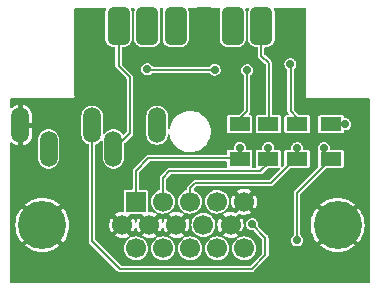
<source format=gbr>
G04 #@! TF.GenerationSoftware,KiCad,Pcbnew,(6.0.6-0)*
G04 #@! TF.CreationDate,2023-01-30T15:29:15-05:00*
G04 #@! TF.ProjectId,SNES2VGA,534e4553-3256-4474-912e-6b696361645f,1*
G04 #@! TF.SameCoordinates,Original*
G04 #@! TF.FileFunction,Copper,L2,Bot*
G04 #@! TF.FilePolarity,Positive*
%FSLAX46Y46*%
G04 Gerber Fmt 4.6, Leading zero omitted, Abs format (unit mm)*
G04 Created by KiCad (PCBNEW (6.0.6-0)) date 2023-01-30 15:29:15*
%MOMM*%
%LPD*%
G01*
G04 APERTURE LIST*
G04 Aperture macros list*
%AMRoundRect*
0 Rectangle with rounded corners*
0 $1 Rounding radius*
0 $2 $3 $4 $5 $6 $7 $8 $9 X,Y pos of 4 corners*
0 Add a 4 corners polygon primitive as box body*
4,1,4,$2,$3,$4,$5,$6,$7,$8,$9,$2,$3,0*
0 Add four circle primitives for the rounded corners*
1,1,$1+$1,$2,$3*
1,1,$1+$1,$4,$5*
1,1,$1+$1,$6,$7*
1,1,$1+$1,$8,$9*
0 Add four rect primitives between the rounded corners*
20,1,$1+$1,$2,$3,$4,$5,0*
20,1,$1+$1,$4,$5,$6,$7,0*
20,1,$1+$1,$6,$7,$8,$9,0*
20,1,$1+$1,$8,$9,$2,$3,0*%
G04 Aperture macros list end*
G04 #@! TA.AperFunction,SMDPad,CuDef*
%ADD10R,1.820000X1.200000*%
G04 #@! TD*
G04 #@! TA.AperFunction,ComponentPad*
%ADD11O,1.508000X3.016000*%
G04 #@! TD*
G04 #@! TA.AperFunction,ConnectorPad*
%ADD12RoundRect,0.475000X-0.475000X-1.125000X0.475000X-1.125000X0.475000X1.125000X-0.475000X1.125000X0*%
G04 #@! TD*
G04 #@! TA.AperFunction,ComponentPad*
%ADD13C,1.700000*%
G04 #@! TD*
G04 #@! TA.AperFunction,ComponentPad*
%ADD14C,4.066000*%
G04 #@! TD*
G04 #@! TA.AperFunction,ComponentPad*
%ADD15R,1.700000X1.700000*%
G04 #@! TD*
G04 #@! TA.AperFunction,ViaPad*
%ADD16C,0.700000*%
G04 #@! TD*
G04 #@! TA.AperFunction,Conductor*
%ADD17C,0.200000*%
G04 #@! TD*
G04 APERTURE END LIST*
D10*
X152870000Y-101390000D03*
X152870000Y-98470000D03*
X145130000Y-98470000D03*
X145130000Y-101390000D03*
X147560000Y-98470000D03*
X147560000Y-101390000D03*
X150000000Y-98470000D03*
X150000000Y-101390000D03*
D11*
X126550000Y-98550000D03*
X128950000Y-100550000D03*
X132650000Y-98550000D03*
X134450000Y-100550000D03*
X138150000Y-98550000D03*
D12*
X146980000Y-90140000D03*
X144560000Y-90140000D03*
X142140000Y-90140000D03*
X139720000Y-90140000D03*
X137300000Y-90140000D03*
X134880000Y-90140000D03*
D13*
X145505000Y-108980000D03*
X143215000Y-108980000D03*
X140925000Y-108980000D03*
X138635000Y-108980000D03*
X136345000Y-108980000D03*
X144360000Y-107000000D03*
X142070000Y-107000000D03*
X139780000Y-107000000D03*
X137490000Y-107000000D03*
X135200000Y-107000000D03*
X145505000Y-105020000D03*
X143215000Y-105020000D03*
X140925000Y-105020000D03*
X138635000Y-105020000D03*
D14*
X153420000Y-107000000D03*
X128430000Y-107000000D03*
D15*
X136345000Y-105020000D03*
D16*
X154060000Y-98470000D03*
X149990000Y-108300000D03*
X152270000Y-100490000D03*
X145760000Y-93900000D03*
X145150000Y-100480000D03*
X147550000Y-100469950D03*
X149430000Y-93380000D03*
X144560000Y-91259991D03*
X150010000Y-100490000D03*
X143010000Y-93850000D03*
X137310000Y-93809998D03*
X137280000Y-91240000D03*
X146200000Y-106939990D03*
X137540000Y-102880000D03*
X139810000Y-103440000D03*
X141470000Y-93030000D03*
D17*
X154060000Y-98470000D02*
X152870000Y-98470000D01*
X149990000Y-108300000D02*
X149990000Y-104270000D01*
X149990000Y-104270000D02*
X152870000Y-101390000D01*
X149550000Y-101670000D02*
X147780000Y-103440000D01*
X147780000Y-103440000D02*
X141390000Y-103440000D01*
X141390000Y-103440000D02*
X140925000Y-103905000D01*
X140925000Y-103905000D02*
X140925000Y-105020000D01*
X147580000Y-101760000D02*
X146890000Y-102450000D01*
X147560000Y-101390000D02*
X147560000Y-101740000D01*
X147560000Y-101740000D02*
X147580000Y-101760000D01*
X137390000Y-101350000D02*
X145150000Y-101350000D01*
X144940000Y-98180000D02*
X145760000Y-97360000D01*
X145760000Y-97360000D02*
X145760000Y-93900000D01*
X144940000Y-98330000D02*
X144940000Y-98180000D01*
X145150000Y-100480000D02*
X145150000Y-101280000D01*
X136340000Y-104780000D02*
X136340000Y-102400000D01*
X136340000Y-102400000D02*
X137390000Y-101350000D01*
X146970000Y-92650000D02*
X146970000Y-90930000D01*
X146970000Y-90930000D02*
X147580000Y-90320000D01*
X147590000Y-93270000D02*
X146970000Y-92650000D01*
X147590000Y-98030000D02*
X147590000Y-93270000D01*
X147550000Y-101340000D02*
X147550000Y-100469950D01*
X138640000Y-104750000D02*
X138370000Y-105020000D01*
X138640000Y-102980000D02*
X138640000Y-104750000D01*
X146890000Y-102450000D02*
X139170000Y-102450000D01*
X139170000Y-102450000D02*
X138640000Y-102980000D01*
X149440000Y-97360000D02*
X149980000Y-97900000D01*
X149980000Y-97900000D02*
X149980000Y-98470000D01*
X149440000Y-93390000D02*
X149440000Y-97360000D01*
X149430000Y-93380000D02*
X149440000Y-93390000D01*
X150010000Y-100490000D02*
X150010000Y-101320000D01*
X135830000Y-99250000D02*
X134490000Y-100590000D01*
X135830000Y-94480000D02*
X135830000Y-99250000D01*
X134880000Y-93530000D02*
X135830000Y-94480000D01*
X134880000Y-90700000D02*
X134880000Y-93530000D01*
X134470000Y-90290000D02*
X134880000Y-90700000D01*
X143010000Y-93850000D02*
X137350002Y-93850000D01*
X137350002Y-93850000D02*
X137310000Y-93809998D01*
X147320000Y-109540000D02*
X147320000Y-108059990D01*
X134980000Y-110710000D02*
X146150000Y-110710000D01*
X147320000Y-108059990D02*
X146200000Y-106939990D01*
X132650000Y-108380000D02*
X134980000Y-110710000D01*
X146150000Y-110710000D02*
X147320000Y-109540000D01*
X132650000Y-98550000D02*
X132650000Y-108380000D01*
G04 #@! TA.AperFunction,Conductor*
G36*
X133800440Y-88658982D02*
G01*
X133827460Y-88705782D01*
X133819290Y-88750751D01*
X133821635Y-88751766D01*
X133819660Y-88756331D01*
X133817131Y-88760607D01*
X133772335Y-88914796D01*
X133769500Y-88950819D01*
X133769501Y-91329180D01*
X133769620Y-91330699D01*
X133769621Y-91330712D01*
X133771237Y-91351251D01*
X133772335Y-91365204D01*
X133773461Y-91369079D01*
X133773461Y-91369080D01*
X133780687Y-91393952D01*
X133817131Y-91519393D01*
X133898865Y-91657598D01*
X134012402Y-91771135D01*
X134150607Y-91852869D01*
X134304796Y-91897665D01*
X134340819Y-91900500D01*
X134540500Y-91900500D01*
X134591280Y-91918982D01*
X134618300Y-91965782D01*
X134619500Y-91979500D01*
X134619500Y-93496565D01*
X134617982Y-93511977D01*
X134617258Y-93515615D01*
X134614397Y-93530000D01*
X134615915Y-93537632D01*
X134628272Y-93599755D01*
X134632723Y-93622129D01*
X134634615Y-93631642D01*
X134692190Y-93717810D01*
X134698657Y-93722131D01*
X134707475Y-93728023D01*
X134719446Y-93737848D01*
X135546361Y-94564764D01*
X135569199Y-94613740D01*
X135569500Y-94620625D01*
X135569500Y-99109376D01*
X135551018Y-99160156D01*
X135546361Y-99165237D01*
X135362681Y-99348917D01*
X135313705Y-99371755D01*
X135261507Y-99357769D01*
X135238404Y-99332556D01*
X135195992Y-99259097D01*
X135193921Y-99255510D01*
X135170720Y-99229742D01*
X135068064Y-99115732D01*
X135065290Y-99112651D01*
X134909769Y-98999658D01*
X134905980Y-98997971D01*
X134737936Y-98923152D01*
X134737933Y-98923151D01*
X134734153Y-98921468D01*
X134730107Y-98920608D01*
X134730104Y-98920607D01*
X134550162Y-98882359D01*
X134550157Y-98882358D01*
X134546118Y-98881500D01*
X134353882Y-98881500D01*
X134349843Y-98882358D01*
X134349838Y-98882359D01*
X134169892Y-98920608D01*
X134169890Y-98920609D01*
X134165847Y-98921468D01*
X134162070Y-98923150D01*
X134162069Y-98923150D01*
X133994011Y-98997975D01*
X133994008Y-98997977D01*
X133990232Y-98999658D01*
X133834710Y-99112651D01*
X133831936Y-99115732D01*
X133729281Y-99229742D01*
X133706079Y-99255510D01*
X133705953Y-99255396D01*
X133662612Y-99284630D01*
X133608869Y-99278982D01*
X133571330Y-99240109D01*
X133564500Y-99207977D01*
X133564500Y-97748076D01*
X133561425Y-97718813D01*
X133549876Y-97608936D01*
X133549876Y-97608934D01*
X133549443Y-97604818D01*
X133490039Y-97421991D01*
X133478649Y-97402262D01*
X133395992Y-97259097D01*
X133393921Y-97255510D01*
X133265290Y-97112651D01*
X133109769Y-96999658D01*
X133097800Y-96994329D01*
X132937936Y-96923152D01*
X132937933Y-96923151D01*
X132934153Y-96921468D01*
X132930107Y-96920608D01*
X132930104Y-96920607D01*
X132750162Y-96882359D01*
X132750157Y-96882358D01*
X132746118Y-96881500D01*
X132553882Y-96881500D01*
X132549843Y-96882358D01*
X132549838Y-96882359D01*
X132369892Y-96920608D01*
X132369890Y-96920609D01*
X132365847Y-96921468D01*
X132362070Y-96923150D01*
X132362069Y-96923150D01*
X132194011Y-96997975D01*
X132194008Y-96997977D01*
X132190232Y-96999658D01*
X132034710Y-97112651D01*
X131906079Y-97255510D01*
X131904008Y-97259097D01*
X131821352Y-97402262D01*
X131809961Y-97421991D01*
X131750557Y-97604818D01*
X131750124Y-97608934D01*
X131750124Y-97608936D01*
X131738576Y-97718813D01*
X131735500Y-97748076D01*
X131735500Y-99351924D01*
X131735717Y-99353985D01*
X131735717Y-99353992D01*
X131746633Y-99457848D01*
X131750557Y-99495182D01*
X131809961Y-99678009D01*
X131812030Y-99681592D01*
X131812031Y-99681595D01*
X131892527Y-99821018D01*
X131906079Y-99844490D01*
X132034710Y-99987349D01*
X132190231Y-100100342D01*
X132194020Y-100102029D01*
X132342632Y-100168196D01*
X132381505Y-100205735D01*
X132389500Y-100240366D01*
X132389500Y-108346565D01*
X132387982Y-108361977D01*
X132384397Y-108380000D01*
X132387327Y-108394731D01*
X132389500Y-108405654D01*
X132399763Y-108457248D01*
X132404615Y-108481642D01*
X132462190Y-108567810D01*
X132468657Y-108572131D01*
X132477475Y-108578023D01*
X132489446Y-108587848D01*
X134772154Y-110870557D01*
X134781977Y-110882525D01*
X134792190Y-110897810D01*
X134878358Y-110955385D01*
X134894089Y-110958514D01*
X134894091Y-110958515D01*
X134894091Y-110958514D01*
X134961974Y-110972018D01*
X134980000Y-110975604D01*
X134987631Y-110974086D01*
X134998027Y-110972018D01*
X135013440Y-110970500D01*
X146116565Y-110970500D01*
X146131978Y-110972018D01*
X146150000Y-110975603D01*
X146157631Y-110974085D01*
X146175654Y-110970500D01*
X146244012Y-110956903D01*
X146244013Y-110956902D01*
X146251642Y-110955385D01*
X146337810Y-110897810D01*
X146348023Y-110882525D01*
X146357848Y-110870554D01*
X147480557Y-109747846D01*
X147492528Y-109738021D01*
X147501343Y-109732131D01*
X147507810Y-109727810D01*
X147565385Y-109641642D01*
X147577473Y-109580873D01*
X147579989Y-109568228D01*
X147584086Y-109547632D01*
X147584086Y-109547631D01*
X147585604Y-109540000D01*
X147582018Y-109521973D01*
X147580500Y-109506560D01*
X147580500Y-108293699D01*
X149474288Y-108293699D01*
X149475018Y-108299280D01*
X149490555Y-108418092D01*
X149493249Y-108438695D01*
X149552143Y-108572542D01*
X149555765Y-108576851D01*
X149642613Y-108680169D01*
X149646236Y-108684479D01*
X149767964Y-108765508D01*
X149907541Y-108809116D01*
X149957056Y-108810023D01*
X150048120Y-108811692D01*
X150048121Y-108811692D01*
X150053747Y-108811795D01*
X150194829Y-108773332D01*
X150232204Y-108750384D01*
X151957952Y-108750384D01*
X151959348Y-108755595D01*
X152025269Y-108813405D01*
X152029370Y-108816552D01*
X152273898Y-108979941D01*
X152278370Y-108982523D01*
X152542136Y-109112597D01*
X152546915Y-109114577D01*
X152825388Y-109209106D01*
X152830394Y-109210447D01*
X153118832Y-109267821D01*
X153123949Y-109268495D01*
X153417422Y-109287730D01*
X153422578Y-109287730D01*
X153716051Y-109268495D01*
X153721168Y-109267821D01*
X154009606Y-109210447D01*
X154014612Y-109209106D01*
X154293085Y-109114577D01*
X154297864Y-109112597D01*
X154561630Y-108982523D01*
X154566102Y-108979941D01*
X154810630Y-108816552D01*
X154814731Y-108813405D01*
X154876626Y-108759125D01*
X154882088Y-108749170D01*
X154881035Y-108743877D01*
X153429851Y-107292694D01*
X153419557Y-107287894D01*
X153413263Y-107289580D01*
X151962752Y-108740090D01*
X151957952Y-108750384D01*
X150232204Y-108750384D01*
X150319445Y-108696818D01*
X150323218Y-108692650D01*
X150323220Y-108692648D01*
X150413799Y-108592577D01*
X150413800Y-108592576D01*
X150417576Y-108588404D01*
X150481335Y-108456805D01*
X150485321Y-108433116D01*
X150505090Y-108315610D01*
X150505090Y-108315607D01*
X150505596Y-108312601D01*
X150505750Y-108300000D01*
X150485020Y-108155246D01*
X150482275Y-108149209D01*
X150426827Y-108027257D01*
X150426826Y-108027255D01*
X150424495Y-108022129D01*
X150420820Y-108017864D01*
X150420818Y-108017861D01*
X150332716Y-107915615D01*
X150329041Y-107911350D01*
X150324321Y-107908291D01*
X150324318Y-107908288D01*
X150286531Y-107883796D01*
X150253972Y-107840667D01*
X150250500Y-107817504D01*
X150250500Y-107002578D01*
X151132270Y-107002578D01*
X151151505Y-107296051D01*
X151152179Y-107301168D01*
X151209553Y-107589606D01*
X151210894Y-107594612D01*
X151305423Y-107873085D01*
X151307403Y-107877864D01*
X151437477Y-108141629D01*
X151440059Y-108146102D01*
X151603448Y-108390630D01*
X151606595Y-108394731D01*
X151660875Y-108456626D01*
X151670830Y-108462088D01*
X151676123Y-108461035D01*
X153127306Y-107009851D01*
X153131693Y-107000443D01*
X153707894Y-107000443D01*
X153709580Y-107006737D01*
X155160090Y-108457248D01*
X155170384Y-108462048D01*
X155175595Y-108460652D01*
X155233405Y-108394731D01*
X155236552Y-108390630D01*
X155399941Y-108146102D01*
X155402523Y-108141629D01*
X155532597Y-107877864D01*
X155534577Y-107873085D01*
X155629106Y-107594612D01*
X155630447Y-107589606D01*
X155687821Y-107301168D01*
X155688495Y-107296051D01*
X155707730Y-107002578D01*
X155707730Y-106997422D01*
X155688495Y-106703949D01*
X155687821Y-106698832D01*
X155630447Y-106410394D01*
X155629106Y-106405388D01*
X155534577Y-106126915D01*
X155532597Y-106122136D01*
X155402523Y-105858371D01*
X155399941Y-105853898D01*
X155236552Y-105609370D01*
X155233405Y-105605269D01*
X155179125Y-105543374D01*
X155169170Y-105537912D01*
X155163877Y-105538965D01*
X153712694Y-106990149D01*
X153707894Y-107000443D01*
X153131693Y-107000443D01*
X153132106Y-106999557D01*
X153130420Y-106993263D01*
X151679910Y-105542752D01*
X151669616Y-105537952D01*
X151664405Y-105539348D01*
X151606595Y-105605269D01*
X151603448Y-105609370D01*
X151440059Y-105853898D01*
X151437477Y-105858371D01*
X151307403Y-106122136D01*
X151305423Y-106126915D01*
X151210894Y-106405388D01*
X151209553Y-106410394D01*
X151152179Y-106698832D01*
X151151505Y-106703949D01*
X151132270Y-106997422D01*
X151132270Y-107002578D01*
X150250500Y-107002578D01*
X150250500Y-105250830D01*
X151957912Y-105250830D01*
X151958965Y-105256123D01*
X153410149Y-106707306D01*
X153420443Y-106712106D01*
X153426737Y-106710420D01*
X154877248Y-105259910D01*
X154882048Y-105249616D01*
X154880652Y-105244405D01*
X154814731Y-105186595D01*
X154810630Y-105183448D01*
X154566102Y-105020059D01*
X154561630Y-105017477D01*
X154297864Y-104887403D01*
X154293085Y-104885423D01*
X154014612Y-104790894D01*
X154009606Y-104789553D01*
X153721168Y-104732179D01*
X153716051Y-104731505D01*
X153422578Y-104712270D01*
X153417422Y-104712270D01*
X153123949Y-104731505D01*
X153118832Y-104732179D01*
X152830394Y-104789553D01*
X152825388Y-104790894D01*
X152546915Y-104885423D01*
X152542136Y-104887403D01*
X152278371Y-105017477D01*
X152273898Y-105020059D01*
X152029370Y-105183448D01*
X152025269Y-105186595D01*
X151963374Y-105240875D01*
X151957912Y-105250830D01*
X150250500Y-105250830D01*
X150250500Y-104410624D01*
X150268982Y-104359844D01*
X150273639Y-104354763D01*
X152454763Y-102173639D01*
X152503739Y-102150801D01*
X152510624Y-102150500D01*
X153795806Y-102150500D01*
X153811059Y-102147466D01*
X153834994Y-102142705D01*
X153834995Y-102142705D01*
X153842624Y-102141187D01*
X153895714Y-102105714D01*
X153931187Y-102052624D01*
X153940500Y-102005806D01*
X153940500Y-100774194D01*
X153933756Y-100740289D01*
X153932705Y-100735006D01*
X153932705Y-100735005D01*
X153931187Y-100727376D01*
X153895714Y-100674286D01*
X153842624Y-100638813D01*
X153834995Y-100637295D01*
X153834994Y-100637295D01*
X153811059Y-100632534D01*
X153795806Y-100629500D01*
X152857647Y-100629500D01*
X152806867Y-100611018D01*
X152779847Y-100564218D01*
X152779742Y-100537393D01*
X152785596Y-100502601D01*
X152785672Y-100496369D01*
X152785713Y-100493052D01*
X152785713Y-100493048D01*
X152785750Y-100490000D01*
X152765020Y-100345246D01*
X152761176Y-100336791D01*
X152706827Y-100217257D01*
X152706826Y-100217255D01*
X152704495Y-100212129D01*
X152700820Y-100207864D01*
X152700818Y-100207861D01*
X152612716Y-100105615D01*
X152609041Y-100101350D01*
X152546423Y-100060763D01*
X152491054Y-100024874D01*
X152491051Y-100024872D01*
X152486332Y-100021814D01*
X152410570Y-99999156D01*
X152351621Y-99981526D01*
X152351619Y-99981526D01*
X152346233Y-99979915D01*
X152273711Y-99979472D01*
X152205630Y-99979056D01*
X152205628Y-99979056D01*
X152200005Y-99979022D01*
X152059404Y-100019206D01*
X151993540Y-100060763D01*
X151960831Y-100081401D01*
X151935732Y-100097237D01*
X151932011Y-100101450D01*
X151932010Y-100101451D01*
X151842658Y-100202622D01*
X151838932Y-100206841D01*
X151776786Y-100339209D01*
X151765509Y-100411634D01*
X151755335Y-100476978D01*
X151754288Y-100483699D01*
X151755018Y-100489280D01*
X151768582Y-100593004D01*
X151773249Y-100628695D01*
X151791408Y-100669965D01*
X151801227Y-100692280D01*
X151806399Y-100739509D01*
X151800258Y-100770382D01*
X151799500Y-100774194D01*
X151799500Y-102005806D01*
X151800258Y-102009615D01*
X151805579Y-102036366D01*
X151797359Y-102089777D01*
X151783958Y-102107640D01*
X149829446Y-104062152D01*
X149817475Y-104071977D01*
X149802190Y-104082190D01*
X149756624Y-104150385D01*
X149744615Y-104168358D01*
X149724397Y-104270000D01*
X149725915Y-104277631D01*
X149727982Y-104288023D01*
X149729500Y-104303435D01*
X149729500Y-107817127D01*
X149711018Y-107867907D01*
X149692656Y-107883939D01*
X149660489Y-107904235D01*
X149660486Y-107904237D01*
X149655732Y-107907237D01*
X149652011Y-107911450D01*
X149652010Y-107911451D01*
X149589176Y-107982596D01*
X149558932Y-108016841D01*
X149496786Y-108149209D01*
X149474288Y-108293699D01*
X147580500Y-108293699D01*
X147580500Y-108093425D01*
X147582018Y-108078013D01*
X147584085Y-108067621D01*
X147585603Y-108059990D01*
X147570139Y-107982246D01*
X147566903Y-107965978D01*
X147566902Y-107965977D01*
X147565385Y-107958348D01*
X147533982Y-107911350D01*
X147507810Y-107872180D01*
X147492525Y-107861967D01*
X147480554Y-107852142D01*
X146725015Y-107096603D01*
X146702177Y-107047627D01*
X146702971Y-107027636D01*
X146715090Y-106955603D01*
X146715091Y-106955594D01*
X146715596Y-106952591D01*
X146715750Y-106939990D01*
X146707416Y-106881795D01*
X146695818Y-106800806D01*
X146695817Y-106800804D01*
X146695020Y-106795236D01*
X146685328Y-106773919D01*
X146636827Y-106667247D01*
X146636826Y-106667245D01*
X146634495Y-106662119D01*
X146630820Y-106657854D01*
X146630818Y-106657851D01*
X146542716Y-106555605D01*
X146539041Y-106551340D01*
X146498812Y-106525265D01*
X146421054Y-106474864D01*
X146421051Y-106474862D01*
X146416332Y-106471804D01*
X146315004Y-106441500D01*
X146281621Y-106431516D01*
X146281619Y-106431516D01*
X146276233Y-106429905D01*
X146203711Y-106429462D01*
X146135630Y-106429046D01*
X146135628Y-106429046D01*
X146130005Y-106429012D01*
X145989404Y-106469196D01*
X145865732Y-106547227D01*
X145862011Y-106551440D01*
X145862010Y-106551441D01*
X145818366Y-106600858D01*
X145768932Y-106656831D01*
X145766540Y-106661926D01*
X145711072Y-106780071D01*
X145706786Y-106789199D01*
X145684288Y-106933689D01*
X145685018Y-106939270D01*
X145701826Y-107067801D01*
X145703249Y-107078685D01*
X145762143Y-107212532D01*
X145856236Y-107324469D01*
X145977964Y-107405498D01*
X146117541Y-107449106D01*
X146167056Y-107450013D01*
X146258120Y-107451682D01*
X146258121Y-107451682D01*
X146263747Y-107451785D01*
X146282105Y-107446780D01*
X146335958Y-107451255D01*
X146358745Y-107467137D01*
X147036361Y-108144753D01*
X147059199Y-108193729D01*
X147059500Y-108200614D01*
X147059500Y-109399375D01*
X147041018Y-109450155D01*
X147036361Y-109455236D01*
X146065237Y-110426361D01*
X146016261Y-110449199D01*
X146009376Y-110449500D01*
X135120625Y-110449500D01*
X135069845Y-110431018D01*
X135064764Y-110426361D01*
X133604225Y-108965823D01*
X135329710Y-108965823D01*
X135346292Y-109163297D01*
X135400915Y-109353790D01*
X135491498Y-109530045D01*
X135614590Y-109685348D01*
X135765504Y-109813786D01*
X135938490Y-109910465D01*
X135942152Y-109911655D01*
X135942157Y-109911657D01*
X136064241Y-109951324D01*
X136126960Y-109971702D01*
X136130797Y-109972160D01*
X136130799Y-109972160D01*
X136319892Y-109994708D01*
X136319895Y-109994708D01*
X136323735Y-109995166D01*
X136521320Y-109979963D01*
X136712190Y-109926671D01*
X136806858Y-109878851D01*
X136885619Y-109839066D01*
X136885621Y-109839065D01*
X136889073Y-109837321D01*
X137003596Y-109747846D01*
X137042190Y-109717693D01*
X137042192Y-109717691D01*
X137045232Y-109715316D01*
X137115411Y-109634013D01*
X137172196Y-109568228D01*
X137172200Y-109568223D01*
X137174720Y-109565303D01*
X137176626Y-109561947D01*
X137176630Y-109561942D01*
X137245260Y-109441130D01*
X137272604Y-109392996D01*
X137273824Y-109389329D01*
X137333935Y-109208630D01*
X137333936Y-109208625D01*
X137335156Y-109204958D01*
X137359993Y-109008351D01*
X137360389Y-108980000D01*
X137358999Y-108965823D01*
X137619710Y-108965823D01*
X137636292Y-109163297D01*
X137690915Y-109353790D01*
X137781498Y-109530045D01*
X137904590Y-109685348D01*
X138055504Y-109813786D01*
X138228490Y-109910465D01*
X138232152Y-109911655D01*
X138232157Y-109911657D01*
X138354241Y-109951324D01*
X138416960Y-109971702D01*
X138420797Y-109972160D01*
X138420799Y-109972160D01*
X138609892Y-109994708D01*
X138609895Y-109994708D01*
X138613735Y-109995166D01*
X138811320Y-109979963D01*
X139002190Y-109926671D01*
X139096858Y-109878851D01*
X139175619Y-109839066D01*
X139175621Y-109839065D01*
X139179073Y-109837321D01*
X139293596Y-109747846D01*
X139332190Y-109717693D01*
X139332192Y-109717691D01*
X139335232Y-109715316D01*
X139405411Y-109634013D01*
X139462196Y-109568228D01*
X139462200Y-109568223D01*
X139464720Y-109565303D01*
X139466626Y-109561947D01*
X139466630Y-109561942D01*
X139535260Y-109441130D01*
X139562604Y-109392996D01*
X139563824Y-109389329D01*
X139623935Y-109208630D01*
X139623936Y-109208625D01*
X139625156Y-109204958D01*
X139649993Y-109008351D01*
X139650389Y-108980000D01*
X139648999Y-108965823D01*
X139909710Y-108965823D01*
X139926292Y-109163297D01*
X139980915Y-109353790D01*
X140071498Y-109530045D01*
X140194590Y-109685348D01*
X140345504Y-109813786D01*
X140518490Y-109910465D01*
X140522152Y-109911655D01*
X140522157Y-109911657D01*
X140644241Y-109951324D01*
X140706960Y-109971702D01*
X140710797Y-109972160D01*
X140710799Y-109972160D01*
X140899892Y-109994708D01*
X140899895Y-109994708D01*
X140903735Y-109995166D01*
X141101320Y-109979963D01*
X141292190Y-109926671D01*
X141386858Y-109878851D01*
X141465619Y-109839066D01*
X141465621Y-109839065D01*
X141469073Y-109837321D01*
X141583596Y-109747846D01*
X141622190Y-109717693D01*
X141622192Y-109717691D01*
X141625232Y-109715316D01*
X141695411Y-109634013D01*
X141752196Y-109568228D01*
X141752200Y-109568223D01*
X141754720Y-109565303D01*
X141756626Y-109561947D01*
X141756630Y-109561942D01*
X141825260Y-109441130D01*
X141852604Y-109392996D01*
X141853824Y-109389329D01*
X141913935Y-109208630D01*
X141913936Y-109208625D01*
X141915156Y-109204958D01*
X141939993Y-109008351D01*
X141940389Y-108980000D01*
X141938999Y-108965823D01*
X142199710Y-108965823D01*
X142216292Y-109163297D01*
X142270915Y-109353790D01*
X142361498Y-109530045D01*
X142484590Y-109685348D01*
X142635504Y-109813786D01*
X142808490Y-109910465D01*
X142812152Y-109911655D01*
X142812157Y-109911657D01*
X142934241Y-109951324D01*
X142996960Y-109971702D01*
X143000797Y-109972160D01*
X143000799Y-109972160D01*
X143189892Y-109994708D01*
X143189895Y-109994708D01*
X143193735Y-109995166D01*
X143391320Y-109979963D01*
X143582190Y-109926671D01*
X143676858Y-109878851D01*
X143755619Y-109839066D01*
X143755621Y-109839065D01*
X143759073Y-109837321D01*
X143873596Y-109747846D01*
X143912190Y-109717693D01*
X143912192Y-109717691D01*
X143915232Y-109715316D01*
X143985411Y-109634013D01*
X144042196Y-109568228D01*
X144042200Y-109568223D01*
X144044720Y-109565303D01*
X144046626Y-109561947D01*
X144046630Y-109561942D01*
X144115260Y-109441130D01*
X144142604Y-109392996D01*
X144143824Y-109389329D01*
X144203935Y-109208630D01*
X144203936Y-109208625D01*
X144205156Y-109204958D01*
X144229993Y-109008351D01*
X144230389Y-108980000D01*
X144228999Y-108965823D01*
X144489710Y-108965823D01*
X144506292Y-109163297D01*
X144560915Y-109353790D01*
X144651498Y-109530045D01*
X144774590Y-109685348D01*
X144925504Y-109813786D01*
X145098490Y-109910465D01*
X145102152Y-109911655D01*
X145102157Y-109911657D01*
X145224241Y-109951324D01*
X145286960Y-109971702D01*
X145290797Y-109972160D01*
X145290799Y-109972160D01*
X145479892Y-109994708D01*
X145479895Y-109994708D01*
X145483735Y-109995166D01*
X145681320Y-109979963D01*
X145872190Y-109926671D01*
X145966858Y-109878851D01*
X146045619Y-109839066D01*
X146045621Y-109839065D01*
X146049073Y-109837321D01*
X146163596Y-109747846D01*
X146202190Y-109717693D01*
X146202192Y-109717691D01*
X146205232Y-109715316D01*
X146275411Y-109634013D01*
X146332196Y-109568228D01*
X146332200Y-109568223D01*
X146334720Y-109565303D01*
X146336626Y-109561947D01*
X146336630Y-109561942D01*
X146405260Y-109441130D01*
X146432604Y-109392996D01*
X146433824Y-109389329D01*
X146493935Y-109208630D01*
X146493936Y-109208625D01*
X146495156Y-109204958D01*
X146519993Y-109008351D01*
X146520389Y-108980000D01*
X146501051Y-108782777D01*
X146489307Y-108743877D01*
X146444891Y-108596765D01*
X146443774Y-108593065D01*
X146441963Y-108589660D01*
X146441961Y-108589654D01*
X146352551Y-108421500D01*
X146350739Y-108418092D01*
X146343919Y-108409729D01*
X146253838Y-108299280D01*
X146225490Y-108264522D01*
X146213415Y-108254532D01*
X146075773Y-108140665D01*
X146075772Y-108140664D01*
X146072798Y-108138204D01*
X146054979Y-108128569D01*
X145952252Y-108073025D01*
X145898479Y-108043950D01*
X145709172Y-107985350D01*
X145512089Y-107964636D01*
X145508243Y-107964986D01*
X145508242Y-107964986D01*
X145497342Y-107965978D01*
X145314735Y-107982596D01*
X145311028Y-107983687D01*
X145128338Y-108037456D01*
X145128335Y-108037457D01*
X145124629Y-108038548D01*
X144949010Y-108130359D01*
X144946003Y-108132777D01*
X144946001Y-108132778D01*
X144918644Y-108154774D01*
X144794570Y-108254532D01*
X144667189Y-108406339D01*
X144665327Y-108409727D01*
X144665325Y-108409729D01*
X144629985Y-108474012D01*
X144571720Y-108579996D01*
X144511800Y-108768889D01*
X144489710Y-108965823D01*
X144228999Y-108965823D01*
X144211051Y-108782777D01*
X144199307Y-108743877D01*
X144154891Y-108596765D01*
X144153774Y-108593065D01*
X144151963Y-108589660D01*
X144151961Y-108589654D01*
X144062551Y-108421500D01*
X144060739Y-108418092D01*
X144053919Y-108409729D01*
X143963838Y-108299280D01*
X143935490Y-108264522D01*
X143923415Y-108254532D01*
X143785773Y-108140665D01*
X143785772Y-108140664D01*
X143782798Y-108138204D01*
X143764979Y-108128569D01*
X143662252Y-108073025D01*
X143608479Y-108043950D01*
X143419172Y-107985350D01*
X143222089Y-107964636D01*
X143218243Y-107964986D01*
X143218242Y-107964986D01*
X143207342Y-107965978D01*
X143024735Y-107982596D01*
X143021028Y-107983687D01*
X142838338Y-108037456D01*
X142838335Y-108037457D01*
X142834629Y-108038548D01*
X142659010Y-108130359D01*
X142656003Y-108132777D01*
X142656001Y-108132778D01*
X142628644Y-108154774D01*
X142504570Y-108254532D01*
X142377189Y-108406339D01*
X142375327Y-108409727D01*
X142375325Y-108409729D01*
X142339985Y-108474012D01*
X142281720Y-108579996D01*
X142221800Y-108768889D01*
X142199710Y-108965823D01*
X141938999Y-108965823D01*
X141921051Y-108782777D01*
X141909307Y-108743877D01*
X141864891Y-108596765D01*
X141863774Y-108593065D01*
X141861963Y-108589660D01*
X141861961Y-108589654D01*
X141772551Y-108421500D01*
X141770739Y-108418092D01*
X141763919Y-108409729D01*
X141673838Y-108299280D01*
X141645490Y-108264522D01*
X141633415Y-108254532D01*
X141495773Y-108140665D01*
X141495772Y-108140664D01*
X141492798Y-108138204D01*
X141474979Y-108128569D01*
X141372252Y-108073025D01*
X141318479Y-108043950D01*
X141129172Y-107985350D01*
X140932089Y-107964636D01*
X140928243Y-107964986D01*
X140928242Y-107964986D01*
X140917342Y-107965978D01*
X140734735Y-107982596D01*
X140731028Y-107983687D01*
X140548338Y-108037456D01*
X140548335Y-108037457D01*
X140544629Y-108038548D01*
X140369010Y-108130359D01*
X140366003Y-108132777D01*
X140366001Y-108132778D01*
X140338644Y-108154774D01*
X140214570Y-108254532D01*
X140087189Y-108406339D01*
X140085327Y-108409727D01*
X140085325Y-108409729D01*
X140049985Y-108474012D01*
X139991720Y-108579996D01*
X139931800Y-108768889D01*
X139909710Y-108965823D01*
X139648999Y-108965823D01*
X139631051Y-108782777D01*
X139619307Y-108743877D01*
X139574891Y-108596765D01*
X139573774Y-108593065D01*
X139571963Y-108589660D01*
X139571961Y-108589654D01*
X139482551Y-108421500D01*
X139480739Y-108418092D01*
X139473919Y-108409729D01*
X139383838Y-108299280D01*
X139355490Y-108264522D01*
X139343415Y-108254532D01*
X139205773Y-108140665D01*
X139205772Y-108140664D01*
X139202798Y-108138204D01*
X139184979Y-108128569D01*
X139082252Y-108073025D01*
X139028479Y-108043950D01*
X138839172Y-107985350D01*
X138642089Y-107964636D01*
X138638243Y-107964986D01*
X138638242Y-107964986D01*
X138627342Y-107965978D01*
X138444735Y-107982596D01*
X138441028Y-107983687D01*
X138258338Y-108037456D01*
X138258335Y-108037457D01*
X138254629Y-108038548D01*
X138079010Y-108130359D01*
X138076003Y-108132777D01*
X138076001Y-108132778D01*
X138048644Y-108154774D01*
X137924570Y-108254532D01*
X137797189Y-108406339D01*
X137795327Y-108409727D01*
X137795325Y-108409729D01*
X137759985Y-108474012D01*
X137701720Y-108579996D01*
X137641800Y-108768889D01*
X137619710Y-108965823D01*
X137358999Y-108965823D01*
X137341051Y-108782777D01*
X137329307Y-108743877D01*
X137284891Y-108596765D01*
X137283774Y-108593065D01*
X137281963Y-108589660D01*
X137281961Y-108589654D01*
X137192551Y-108421500D01*
X137190739Y-108418092D01*
X137183919Y-108409729D01*
X137093838Y-108299280D01*
X137065490Y-108264522D01*
X137053415Y-108254532D01*
X136915773Y-108140665D01*
X136915772Y-108140664D01*
X136912798Y-108138204D01*
X136894979Y-108128569D01*
X136792252Y-108073025D01*
X136738479Y-108043950D01*
X136549172Y-107985350D01*
X136352089Y-107964636D01*
X136348243Y-107964986D01*
X136348242Y-107964986D01*
X136337342Y-107965978D01*
X136154735Y-107982596D01*
X136151028Y-107983687D01*
X135968338Y-108037456D01*
X135968335Y-108037457D01*
X135964629Y-108038548D01*
X135789010Y-108130359D01*
X135786003Y-108132777D01*
X135786001Y-108132778D01*
X135758644Y-108154774D01*
X135634570Y-108254532D01*
X135507189Y-108406339D01*
X135505327Y-108409727D01*
X135505325Y-108409729D01*
X135469985Y-108474012D01*
X135411720Y-108579996D01*
X135351800Y-108768889D01*
X135329710Y-108965823D01*
X133604225Y-108965823D01*
X132933639Y-108295237D01*
X132910801Y-108246261D01*
X132910500Y-108239376D01*
X132910500Y-107906846D01*
X134581491Y-107906846D01*
X134582436Y-107910375D01*
X134582545Y-107910482D01*
X134669864Y-107968827D01*
X134676204Y-107972270D01*
X134855297Y-108049214D01*
X134862161Y-108051444D01*
X135052274Y-108094463D01*
X135059425Y-108095404D01*
X135254191Y-108103057D01*
X135261408Y-108102678D01*
X135454304Y-108074710D01*
X135461321Y-108073025D01*
X135645896Y-108010371D01*
X135652488Y-108007436D01*
X135818298Y-107914577D01*
X135821745Y-107908671D01*
X135821432Y-107906846D01*
X136871491Y-107906846D01*
X136872436Y-107910375D01*
X136872545Y-107910482D01*
X136959864Y-107968827D01*
X136966204Y-107972270D01*
X137145297Y-108049214D01*
X137152161Y-108051444D01*
X137342274Y-108094463D01*
X137349425Y-108095404D01*
X137544191Y-108103057D01*
X137551408Y-108102678D01*
X137744304Y-108074710D01*
X137751321Y-108073025D01*
X137935896Y-108010371D01*
X137942488Y-108007436D01*
X138108298Y-107914577D01*
X138111745Y-107908671D01*
X138111432Y-107906846D01*
X139161491Y-107906846D01*
X139162436Y-107910375D01*
X139162545Y-107910482D01*
X139249864Y-107968827D01*
X139256204Y-107972270D01*
X139435297Y-108049214D01*
X139442161Y-108051444D01*
X139632274Y-108094463D01*
X139639425Y-108095404D01*
X139834191Y-108103057D01*
X139841408Y-108102678D01*
X140034304Y-108074710D01*
X140041321Y-108073025D01*
X140225896Y-108010371D01*
X140232488Y-108007436D01*
X140398298Y-107914577D01*
X140401745Y-107908671D01*
X140400900Y-107903743D01*
X139789851Y-107292694D01*
X139779557Y-107287894D01*
X139773263Y-107289580D01*
X139166291Y-107896552D01*
X139161491Y-107906846D01*
X138111432Y-107906846D01*
X138110900Y-107903743D01*
X137499851Y-107292694D01*
X137489557Y-107287894D01*
X137483263Y-107289580D01*
X136876291Y-107896552D01*
X136871491Y-107906846D01*
X135821432Y-107906846D01*
X135820900Y-107903743D01*
X135209851Y-107292694D01*
X135199557Y-107287894D01*
X135193263Y-107289580D01*
X134586291Y-107896552D01*
X134581491Y-107906846D01*
X132910500Y-107906846D01*
X132910500Y-106974698D01*
X134095903Y-106974698D01*
X134108651Y-107169201D01*
X134109780Y-107176328D01*
X134157759Y-107365243D01*
X134160172Y-107372057D01*
X134241774Y-107549068D01*
X134245377Y-107555308D01*
X134285567Y-107612176D01*
X134294897Y-107618648D01*
X134298875Y-107618282D01*
X134907306Y-107009851D01*
X134911693Y-107000443D01*
X135487894Y-107000443D01*
X135489580Y-107006737D01*
X136099726Y-107616883D01*
X136110020Y-107621683D01*
X136113151Y-107620844D01*
X136207436Y-107452488D01*
X136210371Y-107445896D01*
X136272153Y-107263891D01*
X136305977Y-107221747D01*
X136358978Y-107211204D01*
X136406355Y-107237197D01*
X136423529Y-107269839D01*
X136447759Y-107365243D01*
X136450172Y-107372057D01*
X136531774Y-107549068D01*
X136535377Y-107555308D01*
X136575567Y-107612176D01*
X136584897Y-107618648D01*
X136588875Y-107618282D01*
X137197306Y-107009851D01*
X137201693Y-107000443D01*
X137777894Y-107000443D01*
X137779580Y-107006737D01*
X138389726Y-107616883D01*
X138400020Y-107621683D01*
X138403151Y-107620844D01*
X138497436Y-107452488D01*
X138500371Y-107445896D01*
X138562153Y-107263891D01*
X138595977Y-107221747D01*
X138648978Y-107211204D01*
X138696355Y-107237197D01*
X138713529Y-107269839D01*
X138737759Y-107365243D01*
X138740172Y-107372057D01*
X138821774Y-107549068D01*
X138825377Y-107555308D01*
X138865567Y-107612176D01*
X138874897Y-107618648D01*
X138878875Y-107618282D01*
X139487306Y-107009851D01*
X139491693Y-107000443D01*
X140067894Y-107000443D01*
X140069580Y-107006737D01*
X140679726Y-107616883D01*
X140690020Y-107621683D01*
X140693151Y-107620844D01*
X140787436Y-107452488D01*
X140790371Y-107445896D01*
X140853025Y-107261321D01*
X140854710Y-107254304D01*
X140882864Y-107060127D01*
X140883260Y-107055486D01*
X140884652Y-107002327D01*
X140884500Y-106997685D01*
X140883410Y-106985823D01*
X141054710Y-106985823D01*
X141071292Y-107183297D01*
X141125915Y-107373790D01*
X141216498Y-107550045D01*
X141339590Y-107705348D01*
X141490504Y-107833786D01*
X141663490Y-107930465D01*
X141667152Y-107931655D01*
X141667157Y-107931657D01*
X141769736Y-107964986D01*
X141851960Y-107991702D01*
X141855797Y-107992160D01*
X141855799Y-107992160D01*
X142044892Y-108014708D01*
X142044895Y-108014708D01*
X142048735Y-108015166D01*
X142246320Y-107999963D01*
X142437190Y-107946671D01*
X142516030Y-107906846D01*
X143741491Y-107906846D01*
X143742436Y-107910375D01*
X143742545Y-107910482D01*
X143829864Y-107968827D01*
X143836204Y-107972270D01*
X144015297Y-108049214D01*
X144022161Y-108051444D01*
X144212274Y-108094463D01*
X144219425Y-108095404D01*
X144414191Y-108103057D01*
X144421408Y-108102678D01*
X144614304Y-108074710D01*
X144621321Y-108073025D01*
X144805896Y-108010371D01*
X144812488Y-108007436D01*
X144978298Y-107914577D01*
X144981745Y-107908671D01*
X144980900Y-107903743D01*
X144369851Y-107292694D01*
X144359557Y-107287894D01*
X144353263Y-107289580D01*
X143746291Y-107896552D01*
X143741491Y-107906846D01*
X142516030Y-107906846D01*
X142561378Y-107883939D01*
X142610619Y-107859066D01*
X142610621Y-107859065D01*
X142614073Y-107857321D01*
X142770232Y-107735316D01*
X142869042Y-107620844D01*
X142897196Y-107588228D01*
X142897200Y-107588223D01*
X142899720Y-107585303D01*
X142901626Y-107581947D01*
X142901630Y-107581942D01*
X142975870Y-107451255D01*
X142997604Y-107412996D01*
X143001136Y-107402379D01*
X143058935Y-107228630D01*
X143058936Y-107228625D01*
X143060156Y-107224958D01*
X143061182Y-107216841D01*
X143080009Y-107067801D01*
X143084993Y-107028351D01*
X143085389Y-107000000D01*
X143082908Y-106974698D01*
X143255903Y-106974698D01*
X143268651Y-107169201D01*
X143269780Y-107176328D01*
X143317759Y-107365243D01*
X143320172Y-107372057D01*
X143401774Y-107549068D01*
X143405377Y-107555308D01*
X143445567Y-107612176D01*
X143454897Y-107618648D01*
X143458875Y-107618282D01*
X144067306Y-107009851D01*
X144071693Y-107000443D01*
X144647894Y-107000443D01*
X144649580Y-107006737D01*
X145259726Y-107616883D01*
X145270020Y-107621683D01*
X145273151Y-107620844D01*
X145367436Y-107452488D01*
X145370371Y-107445896D01*
X145433025Y-107261321D01*
X145434710Y-107254304D01*
X145462864Y-107060127D01*
X145463260Y-107055486D01*
X145464652Y-107002327D01*
X145464500Y-106997685D01*
X145446545Y-106802288D01*
X145445230Y-106795195D01*
X145392321Y-106607592D01*
X145389736Y-106600858D01*
X145303525Y-106426037D01*
X145299754Y-106419884D01*
X145275259Y-106387081D01*
X145265762Y-106380854D01*
X145261482Y-106381361D01*
X144652694Y-106990149D01*
X144647894Y-107000443D01*
X144071693Y-107000443D01*
X144072106Y-106999557D01*
X144070420Y-106993263D01*
X143461865Y-106384708D01*
X143451571Y-106379908D01*
X143447085Y-106381110D01*
X143435748Y-106395490D01*
X143431827Y-106401528D01*
X143341065Y-106574039D01*
X143338304Y-106580703D01*
X143280502Y-106766857D01*
X143279002Y-106773919D01*
X143256092Y-106967481D01*
X143255903Y-106974698D01*
X143082908Y-106974698D01*
X143066051Y-106802777D01*
X143008774Y-106613065D01*
X143006963Y-106609660D01*
X143006961Y-106609654D01*
X142917551Y-106441500D01*
X142915739Y-106438092D01*
X142909595Y-106430558D01*
X142792930Y-106287514D01*
X142790490Y-106284522D01*
X142778415Y-106274532D01*
X142640773Y-106160665D01*
X142640772Y-106160664D01*
X142637798Y-106158204D01*
X142619979Y-106148569D01*
X142535497Y-106102890D01*
X142518314Y-106093599D01*
X143739556Y-106093599D01*
X143739589Y-106096135D01*
X143740706Y-106097863D01*
X144350149Y-106707306D01*
X144360443Y-106712106D01*
X144366737Y-106710420D01*
X144974267Y-106102890D01*
X144986016Y-106077694D01*
X145024228Y-106039483D01*
X145078061Y-106034773D01*
X145088799Y-106038497D01*
X145160287Y-106069211D01*
X145167161Y-106071444D01*
X145357274Y-106114463D01*
X145364425Y-106115404D01*
X145559191Y-106123057D01*
X145566408Y-106122678D01*
X145759304Y-106094710D01*
X145766321Y-106093025D01*
X145950896Y-106030371D01*
X145957488Y-106027436D01*
X146123298Y-105934577D01*
X146126745Y-105928671D01*
X146125900Y-105923743D01*
X145514851Y-105312694D01*
X145504557Y-105307894D01*
X145498263Y-105309580D01*
X144891290Y-105916553D01*
X144879188Y-105942506D01*
X144840976Y-105980717D01*
X144787143Y-105985427D01*
X144778316Y-105982495D01*
X144677121Y-105942122D01*
X144670200Y-105940072D01*
X144479024Y-105902045D01*
X144471854Y-105901292D01*
X144276952Y-105898739D01*
X144269752Y-105899306D01*
X144077653Y-105932315D01*
X144070675Y-105934185D01*
X143887805Y-106001649D01*
X143881298Y-106004753D01*
X143746742Y-106084805D01*
X143739556Y-106093599D01*
X142518314Y-106093599D01*
X142463479Y-106063950D01*
X142274172Y-106005350D01*
X142077089Y-105984636D01*
X142073243Y-105984986D01*
X142073242Y-105984986D01*
X142065243Y-105985714D01*
X141879735Y-106002596D01*
X141876028Y-106003687D01*
X141693338Y-106057456D01*
X141693335Y-106057457D01*
X141689629Y-106058548D01*
X141514010Y-106150359D01*
X141511003Y-106152777D01*
X141511001Y-106152778D01*
X141501192Y-106160665D01*
X141359570Y-106274532D01*
X141232189Y-106426339D01*
X141230327Y-106429727D01*
X141230325Y-106429729D01*
X141223854Y-106441500D01*
X141136720Y-106599996D01*
X141076800Y-106788889D01*
X141054710Y-106985823D01*
X140883410Y-106985823D01*
X140866545Y-106802288D01*
X140865230Y-106795195D01*
X140812321Y-106607592D01*
X140809736Y-106600858D01*
X140723525Y-106426037D01*
X140719754Y-106419884D01*
X140695259Y-106387081D01*
X140685762Y-106380854D01*
X140681482Y-106381361D01*
X140072694Y-106990149D01*
X140067894Y-107000443D01*
X139491693Y-107000443D01*
X139492106Y-106999557D01*
X139490420Y-106993263D01*
X138881865Y-106384708D01*
X138871571Y-106379908D01*
X138867085Y-106381110D01*
X138855748Y-106395490D01*
X138851827Y-106401528D01*
X138761065Y-106574039D01*
X138758304Y-106580703D01*
X138709756Y-106737056D01*
X138677046Y-106780071D01*
X138624340Y-106791997D01*
X138576298Y-106767254D01*
X138558275Y-106735073D01*
X138522321Y-106607592D01*
X138519736Y-106600858D01*
X138433525Y-106426037D01*
X138429754Y-106419884D01*
X138405259Y-106387081D01*
X138395762Y-106380854D01*
X138391482Y-106381361D01*
X137782694Y-106990149D01*
X137777894Y-107000443D01*
X137201693Y-107000443D01*
X137202106Y-106999557D01*
X137200420Y-106993263D01*
X136591865Y-106384708D01*
X136581571Y-106379908D01*
X136577085Y-106381110D01*
X136565748Y-106395490D01*
X136561827Y-106401528D01*
X136471065Y-106574039D01*
X136468304Y-106580703D01*
X136419756Y-106737056D01*
X136387046Y-106780071D01*
X136334340Y-106791997D01*
X136286298Y-106767254D01*
X136268275Y-106735073D01*
X136232321Y-106607592D01*
X136229736Y-106600858D01*
X136143525Y-106426037D01*
X136139754Y-106419884D01*
X136115259Y-106387081D01*
X136105762Y-106380854D01*
X136101482Y-106381361D01*
X135492694Y-106990149D01*
X135487894Y-107000443D01*
X134911693Y-107000443D01*
X134912106Y-106999557D01*
X134910420Y-106993263D01*
X134301865Y-106384708D01*
X134291571Y-106379908D01*
X134287085Y-106381110D01*
X134275748Y-106395490D01*
X134271827Y-106401528D01*
X134181065Y-106574039D01*
X134178304Y-106580703D01*
X134120502Y-106766857D01*
X134119002Y-106773919D01*
X134096092Y-106967481D01*
X134095903Y-106974698D01*
X132910500Y-106974698D01*
X132910500Y-106093599D01*
X134579556Y-106093599D01*
X134579589Y-106096135D01*
X134580706Y-106097863D01*
X135190149Y-106707306D01*
X135200443Y-106712106D01*
X135206737Y-106710420D01*
X135814266Y-106102891D01*
X135826753Y-106076113D01*
X135864964Y-106037902D01*
X135898351Y-106030500D01*
X136790758Y-106030500D01*
X136841538Y-106048982D01*
X136861839Y-106084144D01*
X136870706Y-106097863D01*
X137480149Y-106707306D01*
X137490443Y-106712106D01*
X137496737Y-106710420D01*
X138104266Y-106102891D01*
X138108599Y-106093599D01*
X139159556Y-106093599D01*
X139159589Y-106096135D01*
X139160706Y-106097863D01*
X139770149Y-106707306D01*
X139780443Y-106712106D01*
X139786737Y-106710420D01*
X140394266Y-106102891D01*
X140399066Y-106092597D01*
X140398264Y-106089605D01*
X140397466Y-106088843D01*
X140284590Y-106017625D01*
X140278167Y-106014353D01*
X140097121Y-105942122D01*
X140090200Y-105940072D01*
X139899024Y-105902045D01*
X139891854Y-105901292D01*
X139696952Y-105898739D01*
X139689752Y-105899306D01*
X139497653Y-105932315D01*
X139490675Y-105934185D01*
X139307805Y-106001649D01*
X139301298Y-106004753D01*
X139166742Y-106084805D01*
X139159556Y-106093599D01*
X138108599Y-106093599D01*
X138109066Y-106092597D01*
X138108264Y-106089605D01*
X138107466Y-106088843D01*
X137994590Y-106017625D01*
X137988167Y-106014353D01*
X137807121Y-105942122D01*
X137800200Y-105940072D01*
X137609024Y-105902045D01*
X137601854Y-105901292D01*
X137433466Y-105899087D01*
X137382932Y-105879942D01*
X137356527Y-105832793D01*
X137355500Y-105820094D01*
X137355500Y-104154194D01*
X137348273Y-104117863D01*
X137347705Y-104115006D01*
X137347705Y-104115005D01*
X137346187Y-104107376D01*
X137310714Y-104054286D01*
X137269120Y-104026494D01*
X137264094Y-104023136D01*
X137257624Y-104018813D01*
X137249995Y-104017295D01*
X137249994Y-104017295D01*
X137226059Y-104012534D01*
X137210806Y-104009500D01*
X136679500Y-104009500D01*
X136628720Y-103991018D01*
X136601700Y-103944218D01*
X136600500Y-103930500D01*
X136600500Y-102540624D01*
X136618982Y-102489844D01*
X136623639Y-102484763D01*
X137474763Y-101633639D01*
X137523739Y-101610801D01*
X137530624Y-101610500D01*
X143980500Y-101610500D01*
X144031280Y-101628982D01*
X144058300Y-101675782D01*
X144059500Y-101689500D01*
X144059500Y-102005806D01*
X144068813Y-102052624D01*
X144073136Y-102059094D01*
X144078158Y-102066610D01*
X144091002Y-102119101D01*
X144067101Y-102167567D01*
X144012472Y-102189500D01*
X139203435Y-102189500D01*
X139188023Y-102187982D01*
X139177631Y-102185915D01*
X139170000Y-102184397D01*
X139162369Y-102185915D01*
X139144346Y-102189500D01*
X139075988Y-102203097D01*
X139075987Y-102203098D01*
X139068358Y-102204615D01*
X138982190Y-102262190D01*
X138977869Y-102268657D01*
X138971977Y-102277475D01*
X138962152Y-102289446D01*
X138479446Y-102772152D01*
X138467475Y-102781977D01*
X138452190Y-102792190D01*
X138394615Y-102878358D01*
X138374397Y-102980000D01*
X138375915Y-102987631D01*
X138377982Y-102998023D01*
X138379500Y-103013435D01*
X138379500Y-103982696D01*
X138361018Y-104033476D01*
X138322806Y-104058482D01*
X138258335Y-104077457D01*
X138258333Y-104077458D01*
X138254629Y-104078548D01*
X138079010Y-104170359D01*
X138076003Y-104172777D01*
X138076001Y-104172778D01*
X138066192Y-104180665D01*
X137924570Y-104294532D01*
X137797189Y-104446339D01*
X137795327Y-104449727D01*
X137795325Y-104449729D01*
X137788854Y-104461500D01*
X137701720Y-104619996D01*
X137641800Y-104808889D01*
X137619710Y-105005823D01*
X137620033Y-105009669D01*
X137634890Y-105186595D01*
X137636292Y-105203297D01*
X137690915Y-105393790D01*
X137781498Y-105570045D01*
X137904590Y-105725348D01*
X138055504Y-105853786D01*
X138228490Y-105950465D01*
X138232152Y-105951655D01*
X138232157Y-105951657D01*
X138334736Y-105984986D01*
X138416960Y-106011702D01*
X138420797Y-106012160D01*
X138420799Y-106012160D01*
X138609892Y-106034708D01*
X138609895Y-106034708D01*
X138613735Y-106035166D01*
X138811320Y-106019963D01*
X139002190Y-105966671D01*
X139130128Y-105902045D01*
X139175619Y-105879066D01*
X139175621Y-105879065D01*
X139179073Y-105877321D01*
X139335232Y-105755316D01*
X139434042Y-105640844D01*
X139462196Y-105608228D01*
X139462200Y-105608223D01*
X139464720Y-105605303D01*
X139466626Y-105601947D01*
X139466630Y-105601942D01*
X139560695Y-105436356D01*
X139562604Y-105432996D01*
X139563824Y-105429329D01*
X139623935Y-105248630D01*
X139623936Y-105248625D01*
X139625156Y-105244958D01*
X139649993Y-105048351D01*
X139650389Y-105020000D01*
X139631051Y-104822777D01*
X139573774Y-104633065D01*
X139571963Y-104629660D01*
X139571961Y-104629654D01*
X139482551Y-104461500D01*
X139480739Y-104458092D01*
X139473919Y-104449729D01*
X139357930Y-104307514D01*
X139355490Y-104304522D01*
X139344771Y-104295654D01*
X139205773Y-104180665D01*
X139205772Y-104180664D01*
X139202798Y-104178204D01*
X139184979Y-104168569D01*
X139100499Y-104122891D01*
X139028479Y-104083950D01*
X139008834Y-104077869D01*
X138956139Y-104061557D01*
X138913095Y-104028885D01*
X138900500Y-103986090D01*
X138900500Y-103120624D01*
X138918982Y-103069844D01*
X138923639Y-103064763D01*
X139254763Y-102733639D01*
X139303739Y-102710801D01*
X139310624Y-102710500D01*
X146856565Y-102710500D01*
X146871978Y-102712018D01*
X146890000Y-102715603D01*
X146897631Y-102714085D01*
X146915654Y-102710500D01*
X146984012Y-102696903D01*
X146984013Y-102696902D01*
X146991642Y-102695385D01*
X147077810Y-102637810D01*
X147088023Y-102622525D01*
X147097848Y-102610554D01*
X147534763Y-102173639D01*
X147583739Y-102150801D01*
X147590624Y-102150500D01*
X148485806Y-102150500D01*
X148499132Y-102147849D01*
X148552542Y-102156069D01*
X148588173Y-102196697D01*
X148589353Y-102250723D01*
X148570406Y-102281192D01*
X147695237Y-103156361D01*
X147646261Y-103179199D01*
X147639376Y-103179500D01*
X141423435Y-103179500D01*
X141408023Y-103177982D01*
X141397631Y-103175915D01*
X141390000Y-103174397D01*
X141382369Y-103175915D01*
X141364346Y-103179500D01*
X141295988Y-103193097D01*
X141295987Y-103193098D01*
X141288358Y-103194615D01*
X141202190Y-103252190D01*
X141197869Y-103258657D01*
X141191977Y-103267475D01*
X141182152Y-103279446D01*
X140764446Y-103697152D01*
X140752475Y-103706977D01*
X140737190Y-103717190D01*
X140679615Y-103803358D01*
X140659397Y-103905000D01*
X140660915Y-103912631D01*
X140662982Y-103923023D01*
X140664500Y-103938435D01*
X140664500Y-103984168D01*
X140646018Y-104034948D01*
X140607805Y-104059954D01*
X140548338Y-104077456D01*
X140548335Y-104077457D01*
X140544629Y-104078548D01*
X140369010Y-104170359D01*
X140366003Y-104172777D01*
X140366001Y-104172778D01*
X140356192Y-104180665D01*
X140214570Y-104294532D01*
X140087189Y-104446339D01*
X140085327Y-104449727D01*
X140085325Y-104449729D01*
X140078854Y-104461500D01*
X139991720Y-104619996D01*
X139931800Y-104808889D01*
X139909710Y-105005823D01*
X139910033Y-105009669D01*
X139924890Y-105186595D01*
X139926292Y-105203297D01*
X139980915Y-105393790D01*
X140071498Y-105570045D01*
X140194590Y-105725348D01*
X140345504Y-105853786D01*
X140518490Y-105950465D01*
X140522152Y-105951655D01*
X140522157Y-105951657D01*
X140624736Y-105984986D01*
X140706960Y-106011702D01*
X140710797Y-106012160D01*
X140710799Y-106012160D01*
X140899892Y-106034708D01*
X140899895Y-106034708D01*
X140903735Y-106035166D01*
X141101320Y-106019963D01*
X141292190Y-105966671D01*
X141420128Y-105902045D01*
X141465619Y-105879066D01*
X141465621Y-105879065D01*
X141469073Y-105877321D01*
X141625232Y-105755316D01*
X141724042Y-105640844D01*
X141752196Y-105608228D01*
X141752200Y-105608223D01*
X141754720Y-105605303D01*
X141756626Y-105601947D01*
X141756630Y-105601942D01*
X141850695Y-105436356D01*
X141852604Y-105432996D01*
X141853824Y-105429329D01*
X141913935Y-105248630D01*
X141913936Y-105248625D01*
X141915156Y-105244958D01*
X141939993Y-105048351D01*
X141940389Y-105020000D01*
X141938999Y-105005823D01*
X142199710Y-105005823D01*
X142200033Y-105009669D01*
X142214890Y-105186595D01*
X142216292Y-105203297D01*
X142270915Y-105393790D01*
X142361498Y-105570045D01*
X142484590Y-105725348D01*
X142635504Y-105853786D01*
X142808490Y-105950465D01*
X142812152Y-105951655D01*
X142812157Y-105951657D01*
X142914736Y-105984986D01*
X142996960Y-106011702D01*
X143000797Y-106012160D01*
X143000799Y-106012160D01*
X143189892Y-106034708D01*
X143189895Y-106034708D01*
X143193735Y-106035166D01*
X143391320Y-106019963D01*
X143582190Y-105966671D01*
X143710128Y-105902045D01*
X143755619Y-105879066D01*
X143755621Y-105879065D01*
X143759073Y-105877321D01*
X143915232Y-105755316D01*
X144014042Y-105640844D01*
X144042196Y-105608228D01*
X144042200Y-105608223D01*
X144044720Y-105605303D01*
X144046626Y-105601947D01*
X144046630Y-105601942D01*
X144140695Y-105436356D01*
X144142604Y-105432996D01*
X144143824Y-105429329D01*
X144203935Y-105248630D01*
X144203936Y-105248625D01*
X144205156Y-105244958D01*
X144229993Y-105048351D01*
X144230389Y-105020000D01*
X144227908Y-104994698D01*
X144400903Y-104994698D01*
X144413651Y-105189201D01*
X144414780Y-105196328D01*
X144462759Y-105385243D01*
X144465172Y-105392057D01*
X144546774Y-105569068D01*
X144550377Y-105575308D01*
X144590567Y-105632176D01*
X144599897Y-105638648D01*
X144603875Y-105638282D01*
X145212306Y-105029851D01*
X145216693Y-105020443D01*
X145792894Y-105020443D01*
X145794580Y-105026737D01*
X146404726Y-105636883D01*
X146415020Y-105641683D01*
X146418151Y-105640844D01*
X146512436Y-105472488D01*
X146515371Y-105465896D01*
X146578025Y-105281321D01*
X146579710Y-105274304D01*
X146607864Y-105080127D01*
X146608260Y-105075486D01*
X146609652Y-105022327D01*
X146609500Y-105017685D01*
X146591545Y-104822288D01*
X146590230Y-104815195D01*
X146537321Y-104627592D01*
X146534736Y-104620858D01*
X146448525Y-104446037D01*
X146444754Y-104439884D01*
X146420259Y-104407081D01*
X146410762Y-104400854D01*
X146406482Y-104401361D01*
X145797694Y-105010149D01*
X145792894Y-105020443D01*
X145216693Y-105020443D01*
X145217106Y-105019557D01*
X145215420Y-105013263D01*
X144606865Y-104404708D01*
X144596571Y-104399908D01*
X144592085Y-104401110D01*
X144580748Y-104415490D01*
X144576827Y-104421528D01*
X144486065Y-104594039D01*
X144483304Y-104600703D01*
X144425502Y-104786857D01*
X144424002Y-104793919D01*
X144401092Y-104987481D01*
X144400903Y-104994698D01*
X144227908Y-104994698D01*
X144211051Y-104822777D01*
X144153774Y-104633065D01*
X144151963Y-104629660D01*
X144151961Y-104629654D01*
X144062551Y-104461500D01*
X144060739Y-104458092D01*
X144053919Y-104449729D01*
X143937930Y-104307514D01*
X143935490Y-104304522D01*
X143924771Y-104295654D01*
X143785773Y-104180665D01*
X143785772Y-104180664D01*
X143782798Y-104178204D01*
X143764979Y-104168569D01*
X143680499Y-104122891D01*
X143663314Y-104113599D01*
X144884556Y-104113599D01*
X144884589Y-104116135D01*
X144885706Y-104117863D01*
X145495149Y-104727306D01*
X145505443Y-104732106D01*
X145511737Y-104730420D01*
X146119266Y-104122891D01*
X146124066Y-104112597D01*
X146123264Y-104109605D01*
X146122466Y-104108843D01*
X146009590Y-104037625D01*
X146003167Y-104034353D01*
X145822121Y-103962122D01*
X145815200Y-103960072D01*
X145624024Y-103922045D01*
X145616854Y-103921292D01*
X145421952Y-103918739D01*
X145414752Y-103919306D01*
X145222653Y-103952315D01*
X145215675Y-103954185D01*
X145032805Y-104021649D01*
X145026298Y-104024753D01*
X144891742Y-104104805D01*
X144884556Y-104113599D01*
X143663314Y-104113599D01*
X143608479Y-104083950D01*
X143419172Y-104025350D01*
X143222089Y-104004636D01*
X143218243Y-104004986D01*
X143218242Y-104004986D01*
X143181827Y-104008300D01*
X143024735Y-104022596D01*
X143021028Y-104023687D01*
X142838338Y-104077456D01*
X142838335Y-104077457D01*
X142834629Y-104078548D01*
X142659010Y-104170359D01*
X142656003Y-104172777D01*
X142656001Y-104172778D01*
X142646192Y-104180665D01*
X142504570Y-104294532D01*
X142377189Y-104446339D01*
X142375327Y-104449727D01*
X142375325Y-104449729D01*
X142368854Y-104461500D01*
X142281720Y-104619996D01*
X142221800Y-104808889D01*
X142199710Y-105005823D01*
X141938999Y-105005823D01*
X141921051Y-104822777D01*
X141863774Y-104633065D01*
X141861963Y-104629660D01*
X141861961Y-104629654D01*
X141772551Y-104461500D01*
X141770739Y-104458092D01*
X141763919Y-104449729D01*
X141647930Y-104307514D01*
X141645490Y-104304522D01*
X141634771Y-104295654D01*
X141495773Y-104180665D01*
X141495772Y-104180664D01*
X141492798Y-104178204D01*
X141474979Y-104168569D01*
X141390499Y-104122891D01*
X141318479Y-104083950D01*
X141314794Y-104082809D01*
X141314791Y-104082808D01*
X141287783Y-104074448D01*
X141244739Y-104041777D01*
X141232766Y-103989080D01*
X141255282Y-103943120D01*
X141474763Y-103723639D01*
X141523739Y-103700801D01*
X141530624Y-103700500D01*
X147746565Y-103700500D01*
X147761978Y-103702018D01*
X147780000Y-103705603D01*
X147787631Y-103704085D01*
X147805654Y-103700500D01*
X147874012Y-103686903D01*
X147874013Y-103686902D01*
X147881642Y-103685385D01*
X147967810Y-103627810D01*
X147978023Y-103612525D01*
X147987848Y-103600554D01*
X149414763Y-102173639D01*
X149463739Y-102150801D01*
X149470624Y-102150500D01*
X150925806Y-102150500D01*
X150941059Y-102147466D01*
X150964994Y-102142705D01*
X150964995Y-102142705D01*
X150972624Y-102141187D01*
X151025714Y-102105714D01*
X151061187Y-102052624D01*
X151070500Y-102005806D01*
X151070500Y-100774194D01*
X151063756Y-100740289D01*
X151062705Y-100735006D01*
X151062705Y-100735005D01*
X151061187Y-100727376D01*
X151025714Y-100674286D01*
X150972624Y-100638813D01*
X150964995Y-100637295D01*
X150964994Y-100637295D01*
X150941059Y-100632534D01*
X150925806Y-100629500D01*
X150597647Y-100629500D01*
X150546867Y-100611018D01*
X150519847Y-100564218D01*
X150519742Y-100537393D01*
X150525596Y-100502601D01*
X150525672Y-100496369D01*
X150525713Y-100493052D01*
X150525713Y-100493048D01*
X150525750Y-100490000D01*
X150505020Y-100345246D01*
X150501176Y-100336791D01*
X150446827Y-100217257D01*
X150446826Y-100217255D01*
X150444495Y-100212129D01*
X150440820Y-100207864D01*
X150440818Y-100207861D01*
X150352716Y-100105615D01*
X150349041Y-100101350D01*
X150286423Y-100060763D01*
X150231054Y-100024874D01*
X150231051Y-100024872D01*
X150226332Y-100021814D01*
X150150570Y-99999156D01*
X150091621Y-99981526D01*
X150091619Y-99981526D01*
X150086233Y-99979915D01*
X150013711Y-99979472D01*
X149945630Y-99979056D01*
X149945628Y-99979056D01*
X149940005Y-99979022D01*
X149799404Y-100019206D01*
X149733540Y-100060763D01*
X149700831Y-100081401D01*
X149675732Y-100097237D01*
X149672011Y-100101450D01*
X149672010Y-100101451D01*
X149582658Y-100202622D01*
X149578932Y-100206841D01*
X149516786Y-100339209D01*
X149505509Y-100411634D01*
X149495335Y-100476978D01*
X149494288Y-100483699D01*
X149495018Y-100489280D01*
X149501684Y-100540256D01*
X149489942Y-100593004D01*
X149447041Y-100625864D01*
X149423351Y-100629500D01*
X149074194Y-100629500D01*
X149058941Y-100632534D01*
X149035006Y-100637295D01*
X149035005Y-100637295D01*
X149027376Y-100638813D01*
X148974286Y-100674286D01*
X148938813Y-100727376D01*
X148937295Y-100735005D01*
X148937295Y-100735006D01*
X148936244Y-100740289D01*
X148929500Y-100774194D01*
X148929500Y-101889376D01*
X148911018Y-101940156D01*
X148906361Y-101945237D01*
X148761192Y-102090406D01*
X148712216Y-102113244D01*
X148660018Y-102099258D01*
X148629023Y-102054992D01*
X148627849Y-102019131D01*
X148630500Y-102005806D01*
X148630500Y-100774194D01*
X148623756Y-100740289D01*
X148622705Y-100735006D01*
X148622705Y-100735005D01*
X148621187Y-100727376D01*
X148585714Y-100674286D01*
X148532624Y-100638813D01*
X148524995Y-100637295D01*
X148524994Y-100637295D01*
X148501059Y-100632534D01*
X148485806Y-100629500D01*
X148134274Y-100629500D01*
X148083494Y-100611018D01*
X148056474Y-100564218D01*
X148056369Y-100537393D01*
X148056370Y-100537392D01*
X148064343Y-100490000D01*
X148065090Y-100485560D01*
X148065090Y-100485557D01*
X148065596Y-100482551D01*
X148065750Y-100469950D01*
X148048689Y-100350816D01*
X148045818Y-100330766D01*
X148045817Y-100330764D01*
X148045020Y-100325196D01*
X148012097Y-100252786D01*
X147986827Y-100197207D01*
X147986826Y-100197205D01*
X147984495Y-100192079D01*
X147980820Y-100187814D01*
X147980818Y-100187811D01*
X147892716Y-100085565D01*
X147889041Y-100081300D01*
X147821116Y-100037273D01*
X147771054Y-100004824D01*
X147771051Y-100004822D01*
X147766332Y-100001764D01*
X147690289Y-99979022D01*
X147631621Y-99961476D01*
X147631619Y-99961476D01*
X147626233Y-99959865D01*
X147553711Y-99959422D01*
X147485630Y-99959006D01*
X147485628Y-99959006D01*
X147480005Y-99958972D01*
X147339404Y-99999156D01*
X147287695Y-100031782D01*
X147233710Y-100065844D01*
X147215732Y-100077187D01*
X147212011Y-100081400D01*
X147212010Y-100081401D01*
X147180902Y-100116624D01*
X147118932Y-100186791D01*
X147116540Y-100191886D01*
X147061418Y-100309294D01*
X147056786Y-100319159D01*
X147034288Y-100463649D01*
X147044306Y-100540256D01*
X147032564Y-100593004D01*
X146989663Y-100625864D01*
X146965973Y-100629500D01*
X146634194Y-100629500D01*
X146618941Y-100632534D01*
X146595006Y-100637295D01*
X146595005Y-100637295D01*
X146587376Y-100638813D01*
X146534286Y-100674286D01*
X146498813Y-100727376D01*
X146497295Y-100735005D01*
X146497295Y-100735006D01*
X146496244Y-100740289D01*
X146489500Y-100774194D01*
X146489500Y-102005806D01*
X146498813Y-102052624D01*
X146503136Y-102059094D01*
X146508158Y-102066610D01*
X146521002Y-102119101D01*
X146497101Y-102167567D01*
X146442472Y-102189500D01*
X146247528Y-102189500D01*
X146196748Y-102171018D01*
X146169728Y-102124218D01*
X146181842Y-102066610D01*
X146186864Y-102059094D01*
X146191187Y-102052624D01*
X146200500Y-102005806D01*
X146200500Y-100774194D01*
X146193756Y-100740289D01*
X146192705Y-100735006D01*
X146192705Y-100735005D01*
X146191187Y-100727376D01*
X146155714Y-100674286D01*
X146102624Y-100638813D01*
X146094995Y-100637295D01*
X146094994Y-100637295D01*
X146071059Y-100632534D01*
X146055806Y-100629500D01*
X145735965Y-100629500D01*
X145685185Y-100611018D01*
X145658165Y-100564218D01*
X145658060Y-100537393D01*
X145665090Y-100495610D01*
X145665090Y-100495607D01*
X145665596Y-100492601D01*
X145665750Y-100480000D01*
X145646452Y-100345246D01*
X145645818Y-100340816D01*
X145645817Y-100340814D01*
X145645020Y-100335246D01*
X145639959Y-100324114D01*
X145586827Y-100207257D01*
X145586826Y-100207255D01*
X145584495Y-100202129D01*
X145580820Y-100197864D01*
X145580818Y-100197861D01*
X145492716Y-100095615D01*
X145489041Y-100091350D01*
X145441851Y-100060763D01*
X145371054Y-100014874D01*
X145371051Y-100014872D01*
X145366332Y-100011814D01*
X145274226Y-99984268D01*
X145231621Y-99971526D01*
X145231619Y-99971526D01*
X145226233Y-99969915D01*
X145153711Y-99969472D01*
X145085630Y-99969056D01*
X145085628Y-99969056D01*
X145080005Y-99969022D01*
X144939404Y-100009206D01*
X144865313Y-100055954D01*
X144821018Y-100083902D01*
X144815732Y-100087237D01*
X144812011Y-100091450D01*
X144812010Y-100091451D01*
X144727808Y-100186791D01*
X144718932Y-100196841D01*
X144716540Y-100201936D01*
X144677109Y-100285923D01*
X144656786Y-100329209D01*
X144634288Y-100473699D01*
X144642618Y-100537393D01*
X144642992Y-100540256D01*
X144631250Y-100593004D01*
X144588350Y-100625864D01*
X144564659Y-100629500D01*
X144204194Y-100629500D01*
X144188941Y-100632534D01*
X144165006Y-100637295D01*
X144165005Y-100637295D01*
X144157376Y-100638813D01*
X144104286Y-100674286D01*
X144068813Y-100727376D01*
X144067295Y-100735005D01*
X144067295Y-100735006D01*
X144066244Y-100740289D01*
X144059500Y-100774194D01*
X144059500Y-101010500D01*
X144041018Y-101061280D01*
X143994218Y-101088300D01*
X143980500Y-101089500D01*
X137423435Y-101089500D01*
X137408023Y-101087982D01*
X137397631Y-101085915D01*
X137390000Y-101084397D01*
X137364346Y-101089500D01*
X137295988Y-101103097D01*
X137295987Y-101103098D01*
X137288358Y-101104615D01*
X137202190Y-101162190D01*
X137197869Y-101168657D01*
X137191977Y-101177475D01*
X137182152Y-101189446D01*
X136179446Y-102192152D01*
X136167475Y-102201977D01*
X136152190Y-102212190D01*
X136094615Y-102298358D01*
X136074397Y-102400000D01*
X136075915Y-102407631D01*
X136077982Y-102418023D01*
X136079500Y-102433435D01*
X136079500Y-103930500D01*
X136061018Y-103981280D01*
X136014218Y-104008300D01*
X136000500Y-104009500D01*
X135479194Y-104009500D01*
X135463941Y-104012534D01*
X135440006Y-104017295D01*
X135440005Y-104017295D01*
X135432376Y-104018813D01*
X135425906Y-104023136D01*
X135420880Y-104026494D01*
X135379286Y-104054286D01*
X135343813Y-104107376D01*
X135342295Y-104115005D01*
X135342295Y-104115006D01*
X135341727Y-104117863D01*
X135334500Y-104154194D01*
X135334500Y-105821547D01*
X135316018Y-105872327D01*
X135269218Y-105899347D01*
X135254466Y-105900540D01*
X135116952Y-105898739D01*
X135109752Y-105899306D01*
X134917653Y-105932315D01*
X134910675Y-105934185D01*
X134727805Y-106001649D01*
X134721298Y-106004753D01*
X134586742Y-106084805D01*
X134579556Y-106093599D01*
X132910500Y-106093599D01*
X132910500Y-100240366D01*
X132928982Y-100189586D01*
X132957368Y-100168196D01*
X133105986Y-100102026D01*
X133105987Y-100102025D01*
X133109768Y-100100342D01*
X133122006Y-100091451D01*
X133261937Y-99989785D01*
X133261936Y-99989785D01*
X133265290Y-99987349D01*
X133393921Y-99844490D01*
X133394047Y-99844604D01*
X133437388Y-99815370D01*
X133491131Y-99821018D01*
X133528670Y-99859891D01*
X133535500Y-99892023D01*
X133535500Y-101351924D01*
X133550557Y-101495182D01*
X133609961Y-101678009D01*
X133706079Y-101844490D01*
X133708851Y-101847569D01*
X133708852Y-101847570D01*
X133775958Y-101922098D01*
X133834710Y-101987349D01*
X133990231Y-102100342D01*
X133994020Y-102102029D01*
X134162064Y-102176848D01*
X134162067Y-102176849D01*
X134165847Y-102178532D01*
X134169893Y-102179392D01*
X134169896Y-102179393D01*
X134349838Y-102217641D01*
X134349843Y-102217642D01*
X134353882Y-102218500D01*
X134546118Y-102218500D01*
X134550157Y-102217642D01*
X134550162Y-102217641D01*
X134730108Y-102179392D01*
X134730110Y-102179391D01*
X134734153Y-102178532D01*
X134745143Y-102173639D01*
X134905989Y-102102025D01*
X134905992Y-102102023D01*
X134909768Y-102100342D01*
X135065290Y-101987349D01*
X135124042Y-101922098D01*
X135191148Y-101847570D01*
X135191149Y-101847569D01*
X135193921Y-101844490D01*
X135290039Y-101678009D01*
X135349443Y-101495182D01*
X135364500Y-101351924D01*
X135364500Y-100116624D01*
X135382982Y-100065844D01*
X135387639Y-100060763D01*
X135990554Y-99457848D01*
X136002525Y-99448023D01*
X136011343Y-99442131D01*
X136017810Y-99437810D01*
X136075197Y-99351924D01*
X137235500Y-99351924D01*
X137235717Y-99353985D01*
X137235717Y-99353992D01*
X137246633Y-99457848D01*
X137250557Y-99495182D01*
X137309961Y-99678009D01*
X137312030Y-99681592D01*
X137312031Y-99681595D01*
X137392527Y-99821018D01*
X137406079Y-99844490D01*
X137534710Y-99987349D01*
X137690231Y-100100342D01*
X137694020Y-100102029D01*
X137862064Y-100176848D01*
X137862067Y-100176849D01*
X137865847Y-100178532D01*
X137869893Y-100179392D01*
X137869896Y-100179393D01*
X138049838Y-100217641D01*
X138049843Y-100217642D01*
X138053882Y-100218500D01*
X138246118Y-100218500D01*
X138250157Y-100217642D01*
X138250162Y-100217641D01*
X138430108Y-100179392D01*
X138430110Y-100179391D01*
X138434153Y-100178532D01*
X138457368Y-100168196D01*
X138605989Y-100102025D01*
X138605992Y-100102023D01*
X138609768Y-100100342D01*
X138622006Y-100091451D01*
X138761937Y-99989785D01*
X138761936Y-99989785D01*
X138765290Y-99987349D01*
X138893921Y-99844490D01*
X138907473Y-99821018D01*
X138987969Y-99681595D01*
X138987970Y-99681592D01*
X138990039Y-99678009D01*
X139049443Y-99495182D01*
X139053946Y-99452344D01*
X139057513Y-99418405D01*
X139062926Y-99366898D01*
X139086615Y-99318328D01*
X139135982Y-99296348D01*
X139187928Y-99311244D01*
X139218975Y-99359744D01*
X139249756Y-99514488D01*
X139258099Y-99556433D01*
X139345516Y-99799910D01*
X139370060Y-99845588D01*
X139463348Y-100019206D01*
X139467961Y-100027792D01*
X139622745Y-100235072D01*
X139624826Y-100237135D01*
X139624827Y-100237136D01*
X139668979Y-100280904D01*
X139806466Y-100417197D01*
X139808837Y-100418936D01*
X139808840Y-100418938D01*
X139924283Y-100503584D01*
X140015090Y-100570166D01*
X140244031Y-100690618D01*
X140246795Y-100691583D01*
X140246799Y-100691585D01*
X140349289Y-100727376D01*
X140488262Y-100775908D01*
X140491136Y-100776454D01*
X140491141Y-100776455D01*
X140649255Y-100806473D01*
X140742417Y-100824160D01*
X140745335Y-100824275D01*
X140745338Y-100824275D01*
X140997979Y-100834202D01*
X140997983Y-100834202D01*
X141000913Y-100834317D01*
X141060586Y-100827782D01*
X141255151Y-100806473D01*
X141255155Y-100806472D01*
X141258070Y-100806153D01*
X141393931Y-100770384D01*
X141505408Y-100741035D01*
X141505413Y-100741033D01*
X141508240Y-100740289D01*
X141745927Y-100638171D01*
X141965909Y-100502042D01*
X141968144Y-100500150D01*
X141968148Y-100500147D01*
X142161111Y-100336791D01*
X142163353Y-100334893D01*
X142204442Y-100288040D01*
X142331981Y-100142610D01*
X142331985Y-100142605D01*
X142333922Y-100140396D01*
X142408013Y-100025209D01*
X142472283Y-99925291D01*
X142472286Y-99925286D01*
X142473870Y-99922823D01*
X142580121Y-99686955D01*
X142601105Y-99612553D01*
X142649544Y-99440799D01*
X142650341Y-99437973D01*
X142651185Y-99431343D01*
X142670567Y-99278982D01*
X142682988Y-99181346D01*
X142685380Y-99090000D01*
X142685069Y-99085806D01*
X144059500Y-99085806D01*
X144060258Y-99089616D01*
X144064189Y-99109376D01*
X144068813Y-99132624D01*
X144104286Y-99185714D01*
X144110753Y-99190035D01*
X144137606Y-99207977D01*
X144157376Y-99221187D01*
X144165005Y-99222705D01*
X144165006Y-99222705D01*
X144188941Y-99227466D01*
X144204194Y-99230500D01*
X146055806Y-99230500D01*
X146071059Y-99227466D01*
X146094994Y-99222705D01*
X146094995Y-99222705D01*
X146102624Y-99221187D01*
X146122395Y-99207977D01*
X146149247Y-99190035D01*
X146155714Y-99185714D01*
X146191187Y-99132624D01*
X146195812Y-99109376D01*
X146199742Y-99089616D01*
X146200500Y-99085806D01*
X146200500Y-97854194D01*
X146191187Y-97807376D01*
X146155714Y-97754286D01*
X146102624Y-97718813D01*
X146094995Y-97717295D01*
X146094994Y-97717295D01*
X146071059Y-97712534D01*
X146055806Y-97709500D01*
X145969624Y-97709500D01*
X145918844Y-97691018D01*
X145891824Y-97644218D01*
X145901208Y-97591000D01*
X145913763Y-97574639D01*
X145920554Y-97567848D01*
X145932525Y-97558023D01*
X145941343Y-97552131D01*
X145947810Y-97547810D01*
X146005385Y-97461642D01*
X146013986Y-97418405D01*
X146020500Y-97385654D01*
X146024085Y-97367631D01*
X146025603Y-97360000D01*
X146022018Y-97341977D01*
X146020500Y-97326565D01*
X146020500Y-94383347D01*
X146038982Y-94332567D01*
X146058165Y-94316024D01*
X146084649Y-94299763D01*
X146084650Y-94299762D01*
X146089445Y-94296818D01*
X146093218Y-94292650D01*
X146093220Y-94292648D01*
X146183799Y-94192577D01*
X146183800Y-94192576D01*
X146187576Y-94188404D01*
X146212731Y-94136485D01*
X146248881Y-94061870D01*
X146251335Y-94056805D01*
X146255321Y-94033116D01*
X146275090Y-93915610D01*
X146275090Y-93915607D01*
X146275596Y-93912601D01*
X146275750Y-93900000D01*
X146261162Y-93798134D01*
X146255818Y-93760816D01*
X146255817Y-93760814D01*
X146255020Y-93755246D01*
X146244607Y-93732344D01*
X146196827Y-93627257D01*
X146196826Y-93627255D01*
X146194495Y-93622129D01*
X146190820Y-93617864D01*
X146190818Y-93617861D01*
X146102716Y-93515615D01*
X146099041Y-93511350D01*
X146028481Y-93465615D01*
X145981054Y-93434874D01*
X145981051Y-93434872D01*
X145976332Y-93431814D01*
X145882457Y-93403739D01*
X145841621Y-93391526D01*
X145841619Y-93391526D01*
X145836233Y-93389915D01*
X145763711Y-93389472D01*
X145695630Y-93389056D01*
X145695628Y-93389056D01*
X145690005Y-93389022D01*
X145549404Y-93429206D01*
X145425732Y-93507237D01*
X145422011Y-93511450D01*
X145422010Y-93511451D01*
X145399618Y-93536805D01*
X145328932Y-93616841D01*
X145266786Y-93749209D01*
X145244288Y-93893699D01*
X145245018Y-93899280D01*
X145259079Y-94006805D01*
X145263249Y-94038695D01*
X145322143Y-94172542D01*
X145325765Y-94176851D01*
X145376828Y-94237598D01*
X145416236Y-94284479D01*
X145464275Y-94316457D01*
X145496305Y-94359980D01*
X145499500Y-94382219D01*
X145499500Y-97219376D01*
X145481018Y-97270156D01*
X145476361Y-97275237D01*
X145065237Y-97686361D01*
X145016261Y-97709199D01*
X145009376Y-97709500D01*
X144204194Y-97709500D01*
X144188941Y-97712534D01*
X144165006Y-97717295D01*
X144165005Y-97717295D01*
X144157376Y-97718813D01*
X144104286Y-97754286D01*
X144068813Y-97807376D01*
X144059500Y-97854194D01*
X144059500Y-99085806D01*
X142685069Y-99085806D01*
X142666426Y-98834937D01*
X142666209Y-98832016D01*
X142609115Y-98579700D01*
X142515354Y-98338595D01*
X142386986Y-98113996D01*
X142385174Y-98111698D01*
X142385171Y-98111693D01*
X142264814Y-97959022D01*
X142226829Y-97910838D01*
X142170744Y-97858079D01*
X142040539Y-97735594D01*
X142040536Y-97735592D01*
X142038403Y-97733585D01*
X141825847Y-97586130D01*
X141823229Y-97584839D01*
X141823224Y-97584836D01*
X141596463Y-97473010D01*
X141593831Y-97471712D01*
X141591037Y-97470818D01*
X141591033Y-97470816D01*
X141350244Y-97393739D01*
X141350243Y-97393739D01*
X141347451Y-97392845D01*
X141344565Y-97392375D01*
X141344561Y-97392374D01*
X141246744Y-97376444D01*
X141092120Y-97351262D01*
X140833447Y-97347875D01*
X140577115Y-97382761D01*
X140510210Y-97402262D01*
X140331577Y-97454328D01*
X140331571Y-97454330D01*
X140328755Y-97455151D01*
X140326088Y-97456381D01*
X140326084Y-97456382D01*
X140246933Y-97492871D01*
X140093823Y-97563456D01*
X140091380Y-97565058D01*
X140091374Y-97565061D01*
X139906362Y-97686361D01*
X139877480Y-97705297D01*
X139875303Y-97707240D01*
X139686661Y-97875609D01*
X139686658Y-97875613D01*
X139684479Y-97877557D01*
X139519059Y-98076453D01*
X139384855Y-98297614D01*
X139284815Y-98536183D01*
X139221136Y-98786918D01*
X139221062Y-98787655D01*
X139194276Y-98834042D01*
X139143495Y-98852521D01*
X139092716Y-98834035D01*
X139065699Y-98787234D01*
X139064500Y-98773521D01*
X139064500Y-97748076D01*
X139061425Y-97718813D01*
X139049876Y-97608936D01*
X139049876Y-97608934D01*
X139049443Y-97604818D01*
X138990039Y-97421991D01*
X138978649Y-97402262D01*
X138895992Y-97259097D01*
X138893921Y-97255510D01*
X138765290Y-97112651D01*
X138609769Y-96999658D01*
X138597800Y-96994329D01*
X138437936Y-96923152D01*
X138437933Y-96923151D01*
X138434153Y-96921468D01*
X138430107Y-96920608D01*
X138430104Y-96920607D01*
X138250162Y-96882359D01*
X138250157Y-96882358D01*
X138246118Y-96881500D01*
X138053882Y-96881500D01*
X138049843Y-96882358D01*
X138049838Y-96882359D01*
X137869892Y-96920608D01*
X137869890Y-96920609D01*
X137865847Y-96921468D01*
X137862070Y-96923150D01*
X137862069Y-96923150D01*
X137694011Y-96997975D01*
X137694008Y-96997977D01*
X137690232Y-96999658D01*
X137534710Y-97112651D01*
X137406079Y-97255510D01*
X137404008Y-97259097D01*
X137321352Y-97402262D01*
X137309961Y-97421991D01*
X137250557Y-97604818D01*
X137250124Y-97608934D01*
X137250124Y-97608936D01*
X137238576Y-97718813D01*
X137235500Y-97748076D01*
X137235500Y-99351924D01*
X136075197Y-99351924D01*
X136075385Y-99351642D01*
X136079182Y-99332556D01*
X136090500Y-99275654D01*
X136094085Y-99257631D01*
X136095603Y-99250000D01*
X136092018Y-99231977D01*
X136090500Y-99216565D01*
X136090500Y-94513440D01*
X136092018Y-94498027D01*
X136094086Y-94487631D01*
X136095604Y-94480000D01*
X136075385Y-94378358D01*
X136032342Y-94313939D01*
X136017810Y-94292190D01*
X136002528Y-94281979D01*
X135990557Y-94272154D01*
X135577953Y-93859550D01*
X135522100Y-93803697D01*
X136794288Y-93803697D01*
X136795018Y-93809278D01*
X136808923Y-93915610D01*
X136813249Y-93948693D01*
X136872143Y-94082540D01*
X136875765Y-94086849D01*
X136919102Y-94138404D01*
X136966236Y-94194477D01*
X137087964Y-94275506D01*
X137093338Y-94277185D01*
X137127535Y-94287869D01*
X137227541Y-94319114D01*
X137277056Y-94320021D01*
X137368120Y-94321690D01*
X137368121Y-94321690D01*
X137373747Y-94321793D01*
X137514829Y-94283330D01*
X137639445Y-94206816D01*
X137643218Y-94202648D01*
X137643220Y-94202646D01*
X137703105Y-94136485D01*
X137750885Y-94111240D01*
X137761675Y-94110500D01*
X142525224Y-94110500D01*
X142576004Y-94128982D01*
X142585697Y-94138667D01*
X142662613Y-94230169D01*
X142666236Y-94234479D01*
X142787964Y-94315508D01*
X142793338Y-94317187D01*
X142808081Y-94321793D01*
X142927541Y-94359116D01*
X142974694Y-94359980D01*
X143068120Y-94361692D01*
X143068121Y-94361692D01*
X143073747Y-94361795D01*
X143214829Y-94323332D01*
X143339445Y-94246818D01*
X143343218Y-94242650D01*
X143343220Y-94242648D01*
X143433799Y-94142577D01*
X143433800Y-94142576D01*
X143437576Y-94138404D01*
X143501335Y-94006805D01*
X143512051Y-93943114D01*
X143525090Y-93865610D01*
X143525090Y-93865607D01*
X143525596Y-93862601D01*
X143525750Y-93850000D01*
X143517141Y-93789884D01*
X143505818Y-93710816D01*
X143505817Y-93710814D01*
X143505020Y-93705246D01*
X143502691Y-93700123D01*
X143446827Y-93577257D01*
X143446826Y-93577255D01*
X143444495Y-93572129D01*
X143440820Y-93567864D01*
X143440818Y-93567861D01*
X143352716Y-93465615D01*
X143349041Y-93461350D01*
X143288483Y-93422098D01*
X143231054Y-93384874D01*
X143231051Y-93384872D01*
X143226332Y-93381814D01*
X143135881Y-93354763D01*
X143091621Y-93341526D01*
X143091619Y-93341526D01*
X143086233Y-93339915D01*
X143013711Y-93339472D01*
X142945630Y-93339056D01*
X142945628Y-93339056D01*
X142940005Y-93339022D01*
X142799404Y-93379206D01*
X142675732Y-93457237D01*
X142672011Y-93461450D01*
X142672010Y-93461451D01*
X142582504Y-93562796D01*
X142535036Y-93588622D01*
X142523291Y-93589500D01*
X137821444Y-93589500D01*
X137770664Y-93571018D01*
X137749531Y-93543202D01*
X137744495Y-93532127D01*
X137740820Y-93527862D01*
X137740818Y-93527859D01*
X137652716Y-93425613D01*
X137649041Y-93421348D01*
X137581639Y-93377660D01*
X137531054Y-93344872D01*
X137531051Y-93344870D01*
X137526332Y-93341812D01*
X137456282Y-93320862D01*
X137391621Y-93301524D01*
X137391619Y-93301524D01*
X137386233Y-93299913D01*
X137313711Y-93299470D01*
X137245630Y-93299054D01*
X137245628Y-93299054D01*
X137240005Y-93299020D01*
X137099404Y-93339204D01*
X136975732Y-93417235D01*
X136972011Y-93421448D01*
X136972010Y-93421449D01*
X136882880Y-93522369D01*
X136878932Y-93526839D01*
X136876540Y-93531934D01*
X136822334Y-93647391D01*
X136816786Y-93659207D01*
X136802772Y-93749209D01*
X136799123Y-93772648D01*
X136794288Y-93803697D01*
X135522100Y-93803697D01*
X135163639Y-93445237D01*
X135140801Y-93396261D01*
X135140500Y-93389376D01*
X135140500Y-91979499D01*
X135158982Y-91928719D01*
X135205782Y-91901699D01*
X135219500Y-91900499D01*
X135419180Y-91900499D01*
X135420699Y-91900380D01*
X135420712Y-91900379D01*
X135441251Y-91898763D01*
X135455204Y-91897665D01*
X135609393Y-91852869D01*
X135747598Y-91771135D01*
X135861135Y-91657598D01*
X135942869Y-91519393D01*
X135987665Y-91365204D01*
X135990500Y-91329181D01*
X135990499Y-88950820D01*
X135990380Y-88949301D01*
X135990379Y-88949288D01*
X135987981Y-88918816D01*
X135987665Y-88914796D01*
X135986538Y-88910915D01*
X135944255Y-88765379D01*
X135942869Y-88760607D01*
X135940340Y-88756331D01*
X135938365Y-88751766D01*
X135940665Y-88750771D01*
X135932402Y-88706590D01*
X135958935Y-88659513D01*
X136010340Y-88640500D01*
X136169660Y-88640500D01*
X136220440Y-88658982D01*
X136247460Y-88705782D01*
X136239290Y-88750751D01*
X136241635Y-88751766D01*
X136239660Y-88756331D01*
X136237131Y-88760607D01*
X136192335Y-88914796D01*
X136189500Y-88950819D01*
X136189501Y-91329180D01*
X136189620Y-91330699D01*
X136189621Y-91330712D01*
X136191237Y-91351251D01*
X136192335Y-91365204D01*
X136193461Y-91369079D01*
X136193461Y-91369080D01*
X136200687Y-91393952D01*
X136237131Y-91519393D01*
X136318865Y-91657598D01*
X136432402Y-91771135D01*
X136570607Y-91852869D01*
X136724796Y-91897665D01*
X136760819Y-91900500D01*
X136762377Y-91900500D01*
X137302957Y-91900499D01*
X137839180Y-91900499D01*
X137840699Y-91900380D01*
X137840712Y-91900379D01*
X137861251Y-91898763D01*
X137875204Y-91897665D01*
X138029393Y-91852869D01*
X138167598Y-91771135D01*
X138281135Y-91657598D01*
X138362869Y-91519393D01*
X138407665Y-91365204D01*
X138410500Y-91329181D01*
X138410499Y-88950820D01*
X138410380Y-88949301D01*
X138410379Y-88949288D01*
X138407981Y-88918816D01*
X138407665Y-88914796D01*
X138406538Y-88910915D01*
X138364255Y-88765379D01*
X138362869Y-88760607D01*
X138360340Y-88756331D01*
X138358365Y-88751766D01*
X138360665Y-88750771D01*
X138352402Y-88706590D01*
X138378935Y-88659513D01*
X138430340Y-88640500D01*
X138589660Y-88640500D01*
X138640440Y-88658982D01*
X138667460Y-88705782D01*
X138659290Y-88750751D01*
X138661635Y-88751766D01*
X138659660Y-88756331D01*
X138657131Y-88760607D01*
X138612335Y-88914796D01*
X138609500Y-88950819D01*
X138609501Y-91329180D01*
X138609620Y-91330699D01*
X138609621Y-91330712D01*
X138611237Y-91351251D01*
X138612335Y-91365204D01*
X138613461Y-91369079D01*
X138613461Y-91369080D01*
X138620687Y-91393952D01*
X138657131Y-91519393D01*
X138738865Y-91657598D01*
X138852402Y-91771135D01*
X138990607Y-91852869D01*
X139144796Y-91897665D01*
X139180819Y-91900500D01*
X139182377Y-91900500D01*
X139722957Y-91900499D01*
X140259180Y-91900499D01*
X140260699Y-91900380D01*
X140260712Y-91900379D01*
X140281251Y-91898763D01*
X140295204Y-91897665D01*
X140449393Y-91852869D01*
X140587598Y-91771135D01*
X140701135Y-91657598D01*
X140782869Y-91519393D01*
X140827665Y-91365204D01*
X140830500Y-91329181D01*
X140830499Y-88950820D01*
X140830380Y-88949301D01*
X140830379Y-88949288D01*
X140827981Y-88918816D01*
X140827665Y-88914796D01*
X140826538Y-88910915D01*
X140784255Y-88765379D01*
X140782869Y-88760607D01*
X140780340Y-88756331D01*
X140778365Y-88751766D01*
X140780665Y-88750771D01*
X140772402Y-88706590D01*
X140798935Y-88659513D01*
X140850340Y-88640500D01*
X143429660Y-88640500D01*
X143480440Y-88658982D01*
X143507460Y-88705782D01*
X143499290Y-88750751D01*
X143501635Y-88751766D01*
X143499660Y-88756331D01*
X143497131Y-88760607D01*
X143452335Y-88914796D01*
X143449500Y-88950819D01*
X143449501Y-91329180D01*
X143449620Y-91330699D01*
X143449621Y-91330712D01*
X143451237Y-91351251D01*
X143452335Y-91365204D01*
X143453461Y-91369079D01*
X143453461Y-91369080D01*
X143460687Y-91393952D01*
X143497131Y-91519393D01*
X143578865Y-91657598D01*
X143692402Y-91771135D01*
X143830607Y-91852869D01*
X143984796Y-91897665D01*
X144020819Y-91900500D01*
X144022377Y-91900500D01*
X144562957Y-91900499D01*
X145099180Y-91900499D01*
X145100699Y-91900380D01*
X145100712Y-91900379D01*
X145121251Y-91898763D01*
X145135204Y-91897665D01*
X145289393Y-91852869D01*
X145427598Y-91771135D01*
X145541135Y-91657598D01*
X145622869Y-91519393D01*
X145667665Y-91365204D01*
X145670500Y-91329181D01*
X145670499Y-88950820D01*
X145670380Y-88949301D01*
X145670379Y-88949288D01*
X145667981Y-88918816D01*
X145667665Y-88914796D01*
X145666538Y-88910915D01*
X145624255Y-88765379D01*
X145622869Y-88760607D01*
X145620340Y-88756331D01*
X145618365Y-88751766D01*
X145620665Y-88750771D01*
X145612402Y-88706590D01*
X145638935Y-88659513D01*
X145690340Y-88640500D01*
X145849660Y-88640500D01*
X145900440Y-88658982D01*
X145927460Y-88705782D01*
X145919290Y-88750751D01*
X145921635Y-88751766D01*
X145919660Y-88756331D01*
X145917131Y-88760607D01*
X145872335Y-88914796D01*
X145869500Y-88950819D01*
X145869501Y-91329180D01*
X145869620Y-91330699D01*
X145869621Y-91330712D01*
X145871237Y-91351251D01*
X145872335Y-91365204D01*
X145873461Y-91369079D01*
X145873461Y-91369080D01*
X145880687Y-91393952D01*
X145917131Y-91519393D01*
X145998865Y-91657598D01*
X146112402Y-91771135D01*
X146250607Y-91852869D01*
X146404796Y-91897665D01*
X146440819Y-91900500D01*
X146630500Y-91900500D01*
X146681280Y-91918982D01*
X146708300Y-91965782D01*
X146709500Y-91979500D01*
X146709500Y-92616565D01*
X146707982Y-92631977D01*
X146704397Y-92650000D01*
X146709500Y-92675654D01*
X146724615Y-92751642D01*
X146782190Y-92837810D01*
X146788657Y-92842131D01*
X146797475Y-92848023D01*
X146809446Y-92857848D01*
X147306361Y-93354763D01*
X147329199Y-93403739D01*
X147329500Y-93410624D01*
X147329500Y-97630500D01*
X147311018Y-97681280D01*
X147264218Y-97708300D01*
X147250500Y-97709500D01*
X146634194Y-97709500D01*
X146618941Y-97712534D01*
X146595006Y-97717295D01*
X146595005Y-97717295D01*
X146587376Y-97718813D01*
X146534286Y-97754286D01*
X146498813Y-97807376D01*
X146489500Y-97854194D01*
X146489500Y-99085806D01*
X146490258Y-99089616D01*
X146494189Y-99109376D01*
X146498813Y-99132624D01*
X146534286Y-99185714D01*
X146540753Y-99190035D01*
X146567606Y-99207977D01*
X146587376Y-99221187D01*
X146595005Y-99222705D01*
X146595006Y-99222705D01*
X146618941Y-99227466D01*
X146634194Y-99230500D01*
X148485806Y-99230500D01*
X148501059Y-99227466D01*
X148524994Y-99222705D01*
X148524995Y-99222705D01*
X148532624Y-99221187D01*
X148552395Y-99207977D01*
X148579247Y-99190035D01*
X148585714Y-99185714D01*
X148621187Y-99132624D01*
X148625812Y-99109376D01*
X148629742Y-99089616D01*
X148630500Y-99085806D01*
X148630500Y-97854194D01*
X148621187Y-97807376D01*
X148585714Y-97754286D01*
X148532624Y-97718813D01*
X148524995Y-97717295D01*
X148524994Y-97717295D01*
X148501059Y-97712534D01*
X148485806Y-97709500D01*
X147929500Y-97709500D01*
X147878720Y-97691018D01*
X147851700Y-97644218D01*
X147850500Y-97630500D01*
X147850500Y-93373699D01*
X148914288Y-93373699D01*
X148918216Y-93403739D01*
X148932302Y-93511451D01*
X148933249Y-93518695D01*
X148992143Y-93652542D01*
X148995765Y-93656851D01*
X149078078Y-93754774D01*
X149086236Y-93764479D01*
X149136795Y-93798134D01*
X149144275Y-93803113D01*
X149176305Y-93846637D01*
X149179500Y-93868876D01*
X149179500Y-97326565D01*
X149177982Y-97341977D01*
X149174397Y-97360000D01*
X149175915Y-97367631D01*
X149179500Y-97385654D01*
X149186015Y-97418405D01*
X149194615Y-97461642D01*
X149252190Y-97547810D01*
X149258657Y-97552131D01*
X149267475Y-97558023D01*
X149279446Y-97567848D01*
X149286237Y-97574639D01*
X149309075Y-97623615D01*
X149295089Y-97675813D01*
X149250823Y-97706808D01*
X149230376Y-97709500D01*
X149074194Y-97709500D01*
X149058941Y-97712534D01*
X149035006Y-97717295D01*
X149035005Y-97717295D01*
X149027376Y-97718813D01*
X148974286Y-97754286D01*
X148938813Y-97807376D01*
X148929500Y-97854194D01*
X148929500Y-99085806D01*
X148930258Y-99089616D01*
X148934189Y-99109376D01*
X148938813Y-99132624D01*
X148974286Y-99185714D01*
X148980753Y-99190035D01*
X149007606Y-99207977D01*
X149027376Y-99221187D01*
X149035005Y-99222705D01*
X149035006Y-99222705D01*
X149058941Y-99227466D01*
X149074194Y-99230500D01*
X150925806Y-99230500D01*
X150941059Y-99227466D01*
X150964994Y-99222705D01*
X150964995Y-99222705D01*
X150972624Y-99221187D01*
X150992395Y-99207977D01*
X151019247Y-99190035D01*
X151025714Y-99185714D01*
X151061187Y-99132624D01*
X151065812Y-99109376D01*
X151069742Y-99089616D01*
X151070500Y-99085806D01*
X151799500Y-99085806D01*
X151800258Y-99089616D01*
X151804189Y-99109376D01*
X151808813Y-99132624D01*
X151844286Y-99185714D01*
X151850753Y-99190035D01*
X151877606Y-99207977D01*
X151897376Y-99221187D01*
X151905005Y-99222705D01*
X151905006Y-99222705D01*
X151928941Y-99227466D01*
X151944194Y-99230500D01*
X153795806Y-99230500D01*
X153811059Y-99227466D01*
X153834994Y-99222705D01*
X153834995Y-99222705D01*
X153842624Y-99221187D01*
X153862395Y-99207977D01*
X153889247Y-99190035D01*
X153895714Y-99185714D01*
X153931187Y-99132624D01*
X153935812Y-99109376D01*
X153939742Y-99089616D01*
X153940500Y-99085806D01*
X153940500Y-99058898D01*
X153958982Y-99008118D01*
X154005782Y-98981098D01*
X154020944Y-98979911D01*
X154099342Y-98981348D01*
X154118121Y-98981692D01*
X154118122Y-98981692D01*
X154123747Y-98981795D01*
X154264829Y-98943332D01*
X154389445Y-98866818D01*
X154393218Y-98862650D01*
X154393220Y-98862648D01*
X154483799Y-98762577D01*
X154483800Y-98762576D01*
X154487576Y-98758404D01*
X154551335Y-98626805D01*
X154558780Y-98582557D01*
X154575090Y-98485610D01*
X154575090Y-98485607D01*
X154575596Y-98482601D01*
X154575750Y-98470000D01*
X154558565Y-98350000D01*
X154555818Y-98330816D01*
X154555817Y-98330814D01*
X154555020Y-98325246D01*
X154543685Y-98300316D01*
X154496827Y-98197257D01*
X154496826Y-98197255D01*
X154494495Y-98192129D01*
X154490820Y-98187864D01*
X154490818Y-98187861D01*
X154402716Y-98085615D01*
X154399041Y-98081350D01*
X154353517Y-98051843D01*
X154281054Y-98004874D01*
X154281051Y-98004872D01*
X154276332Y-98001814D01*
X154180558Y-97973171D01*
X154141621Y-97961526D01*
X154141619Y-97961526D01*
X154136233Y-97959915D01*
X154056332Y-97959427D01*
X154019017Y-97959199D01*
X153968351Y-97940406D01*
X153941618Y-97893443D01*
X153940500Y-97880200D01*
X153940500Y-97854194D01*
X153931187Y-97807376D01*
X153895714Y-97754286D01*
X153842624Y-97718813D01*
X153834995Y-97717295D01*
X153834994Y-97717295D01*
X153811059Y-97712534D01*
X153795806Y-97709500D01*
X151944194Y-97709500D01*
X151928941Y-97712534D01*
X151905006Y-97717295D01*
X151905005Y-97717295D01*
X151897376Y-97718813D01*
X151844286Y-97754286D01*
X151808813Y-97807376D01*
X151799500Y-97854194D01*
X151799500Y-99085806D01*
X151070500Y-99085806D01*
X151070500Y-97854194D01*
X151061187Y-97807376D01*
X151025714Y-97754286D01*
X150972624Y-97718813D01*
X150964995Y-97717295D01*
X150964994Y-97717295D01*
X150941059Y-97712534D01*
X150925806Y-97709500D01*
X150190624Y-97709500D01*
X150139844Y-97691018D01*
X150134763Y-97686361D01*
X149723639Y-97275237D01*
X149700801Y-97226261D01*
X149700500Y-97219376D01*
X149700500Y-93857207D01*
X149718982Y-93806427D01*
X149738165Y-93789884D01*
X149754649Y-93779763D01*
X149754650Y-93779762D01*
X149759445Y-93776818D01*
X149763218Y-93772650D01*
X149763220Y-93772648D01*
X149853799Y-93672577D01*
X149853800Y-93672576D01*
X149857576Y-93668404D01*
X149877512Y-93627257D01*
X149906783Y-93566841D01*
X149921335Y-93536805D01*
X149923722Y-93522620D01*
X149945090Y-93395610D01*
X149945090Y-93395607D01*
X149945596Y-93392601D01*
X149945672Y-93386369D01*
X149945713Y-93383052D01*
X149945713Y-93383048D01*
X149945750Y-93380000D01*
X149925020Y-93235246D01*
X149864495Y-93102129D01*
X149860820Y-93097864D01*
X149860818Y-93097861D01*
X149772716Y-92995615D01*
X149769041Y-92991350D01*
X149728812Y-92965275D01*
X149651054Y-92914874D01*
X149651051Y-92914872D01*
X149646332Y-92911814D01*
X149576283Y-92890865D01*
X149511621Y-92871526D01*
X149511619Y-92871526D01*
X149506233Y-92869915D01*
X149433711Y-92869472D01*
X149365630Y-92869056D01*
X149365628Y-92869056D01*
X149360005Y-92869022D01*
X149219404Y-92909206D01*
X149095732Y-92987237D01*
X149092011Y-92991450D01*
X149092010Y-92991451D01*
X149020891Y-93071977D01*
X148998932Y-93096841D01*
X148936786Y-93229209D01*
X148926440Y-93295654D01*
X148918777Y-93344872D01*
X148914288Y-93373699D01*
X147850500Y-93373699D01*
X147850500Y-93303435D01*
X147852018Y-93288023D01*
X147854085Y-93277631D01*
X147855603Y-93270000D01*
X147835385Y-93168358D01*
X147777810Y-93082190D01*
X147762525Y-93071977D01*
X147750554Y-93062152D01*
X147253639Y-92565237D01*
X147230801Y-92516261D01*
X147230500Y-92509376D01*
X147230500Y-91979499D01*
X147248982Y-91928719D01*
X147295782Y-91901699D01*
X147309500Y-91900499D01*
X147519180Y-91900499D01*
X147520699Y-91900380D01*
X147520712Y-91900379D01*
X147541251Y-91898763D01*
X147555204Y-91897665D01*
X147709393Y-91852869D01*
X147847598Y-91771135D01*
X147961135Y-91657598D01*
X148042869Y-91519393D01*
X148087665Y-91365204D01*
X148090500Y-91329181D01*
X148090499Y-88950820D01*
X148090380Y-88949301D01*
X148090379Y-88949288D01*
X148087981Y-88918816D01*
X148087665Y-88914796D01*
X148086538Y-88910915D01*
X148044255Y-88765379D01*
X148042869Y-88760607D01*
X148040340Y-88756331D01*
X148038365Y-88751766D01*
X148040665Y-88750771D01*
X148032402Y-88706590D01*
X148058935Y-88659513D01*
X148110340Y-88640500D01*
X150660500Y-88640500D01*
X150711280Y-88658982D01*
X150738300Y-88705782D01*
X150739500Y-88719500D01*
X150739500Y-96084802D01*
X150739096Y-96091215D01*
X150736000Y-96099282D01*
X150737099Y-96108779D01*
X150738976Y-96125003D01*
X150739500Y-96134083D01*
X150739500Y-96139554D01*
X150740637Y-96144184D01*
X150740707Y-96144762D01*
X150742263Y-96153415D01*
X150745064Y-96177620D01*
X150750265Y-96185272D01*
X150750641Y-96186496D01*
X150751301Y-96187599D01*
X150753508Y-96196584D01*
X150769163Y-96214341D01*
X150769614Y-96214853D01*
X150775694Y-96222691D01*
X150784015Y-96234935D01*
X150784017Y-96234937D01*
X150789391Y-96242844D01*
X150797546Y-96247216D01*
X150798446Y-96248126D01*
X150799539Y-96248796D01*
X150805659Y-96255738D01*
X150814585Y-96259164D01*
X150814586Y-96259165D01*
X150828399Y-96264467D01*
X150837420Y-96268598D01*
X150852491Y-96276679D01*
X150852494Y-96276680D01*
X150858891Y-96280110D01*
X150861978Y-96280500D01*
X150864802Y-96280500D01*
X150871215Y-96280904D01*
X150879282Y-96284000D01*
X150905003Y-96281024D01*
X150914083Y-96280500D01*
X156110500Y-96280500D01*
X156161280Y-96298982D01*
X156188300Y-96345782D01*
X156189500Y-96359500D01*
X156189500Y-111820500D01*
X156171018Y-111871280D01*
X156124218Y-111898300D01*
X156110500Y-111899500D01*
X125789500Y-111899500D01*
X125738720Y-111881018D01*
X125711700Y-111834218D01*
X125710500Y-111820500D01*
X125710500Y-108750384D01*
X126967952Y-108750384D01*
X126969348Y-108755595D01*
X127035269Y-108813405D01*
X127039370Y-108816552D01*
X127283898Y-108979941D01*
X127288370Y-108982523D01*
X127552136Y-109112597D01*
X127556915Y-109114577D01*
X127835388Y-109209106D01*
X127840394Y-109210447D01*
X128128832Y-109267821D01*
X128133949Y-109268495D01*
X128427422Y-109287730D01*
X128432578Y-109287730D01*
X128726051Y-109268495D01*
X128731168Y-109267821D01*
X129019606Y-109210447D01*
X129024612Y-109209106D01*
X129303085Y-109114577D01*
X129307864Y-109112597D01*
X129571630Y-108982523D01*
X129576102Y-108979941D01*
X129820630Y-108816552D01*
X129824731Y-108813405D01*
X129886626Y-108759125D01*
X129892088Y-108749170D01*
X129891035Y-108743877D01*
X128439851Y-107292694D01*
X128429557Y-107287894D01*
X128423263Y-107289580D01*
X126972752Y-108740090D01*
X126967952Y-108750384D01*
X125710500Y-108750384D01*
X125710500Y-107002578D01*
X126142270Y-107002578D01*
X126161505Y-107296051D01*
X126162179Y-107301168D01*
X126219553Y-107589606D01*
X126220894Y-107594612D01*
X126315423Y-107873085D01*
X126317403Y-107877864D01*
X126447477Y-108141629D01*
X126450059Y-108146102D01*
X126613448Y-108390630D01*
X126616595Y-108394731D01*
X126670875Y-108456626D01*
X126680830Y-108462088D01*
X126686123Y-108461035D01*
X128137306Y-107009851D01*
X128141693Y-107000443D01*
X128717894Y-107000443D01*
X128719580Y-107006737D01*
X130170090Y-108457248D01*
X130180384Y-108462048D01*
X130185595Y-108460652D01*
X130243405Y-108394731D01*
X130246552Y-108390630D01*
X130409941Y-108146102D01*
X130412523Y-108141629D01*
X130542597Y-107877864D01*
X130544577Y-107873085D01*
X130639106Y-107594612D01*
X130640447Y-107589606D01*
X130697821Y-107301168D01*
X130698495Y-107296051D01*
X130717730Y-107002578D01*
X130717730Y-106997422D01*
X130698495Y-106703949D01*
X130697821Y-106698832D01*
X130640447Y-106410394D01*
X130639106Y-106405388D01*
X130544577Y-106126915D01*
X130542597Y-106122136D01*
X130412523Y-105858371D01*
X130409941Y-105853898D01*
X130246552Y-105609370D01*
X130243405Y-105605269D01*
X130189125Y-105543374D01*
X130179170Y-105537912D01*
X130173877Y-105538965D01*
X128722694Y-106990149D01*
X128717894Y-107000443D01*
X128141693Y-107000443D01*
X128142106Y-106999557D01*
X128140420Y-106993263D01*
X126689910Y-105542752D01*
X126679616Y-105537952D01*
X126674405Y-105539348D01*
X126616595Y-105605269D01*
X126613448Y-105609370D01*
X126450059Y-105853898D01*
X126447477Y-105858371D01*
X126317403Y-106122136D01*
X126315423Y-106126915D01*
X126220894Y-106405388D01*
X126219553Y-106410394D01*
X126162179Y-106698832D01*
X126161505Y-106703949D01*
X126142270Y-106997422D01*
X126142270Y-107002578D01*
X125710500Y-107002578D01*
X125710500Y-105250830D01*
X126967912Y-105250830D01*
X126968965Y-105256123D01*
X128420149Y-106707306D01*
X128430443Y-106712106D01*
X128436737Y-106710420D01*
X129887248Y-105259910D01*
X129892048Y-105249616D01*
X129890652Y-105244405D01*
X129824731Y-105186595D01*
X129820630Y-105183448D01*
X129576102Y-105020059D01*
X129571630Y-105017477D01*
X129307864Y-104887403D01*
X129303085Y-104885423D01*
X129024612Y-104790894D01*
X129019606Y-104789553D01*
X128731168Y-104732179D01*
X128726051Y-104731505D01*
X128432578Y-104712270D01*
X128427422Y-104712270D01*
X128133949Y-104731505D01*
X128128832Y-104732179D01*
X127840394Y-104789553D01*
X127835388Y-104790894D01*
X127556915Y-104885423D01*
X127552136Y-104887403D01*
X127288371Y-105017477D01*
X127283898Y-105020059D01*
X127039370Y-105183448D01*
X127035269Y-105186595D01*
X126973374Y-105240875D01*
X126967912Y-105250830D01*
X125710500Y-105250830D01*
X125710500Y-101351924D01*
X128035500Y-101351924D01*
X128050557Y-101495182D01*
X128109961Y-101678009D01*
X128206079Y-101844490D01*
X128208851Y-101847569D01*
X128208852Y-101847570D01*
X128275958Y-101922098D01*
X128334710Y-101987349D01*
X128490231Y-102100342D01*
X128494020Y-102102029D01*
X128662064Y-102176848D01*
X128662067Y-102176849D01*
X128665847Y-102178532D01*
X128669893Y-102179392D01*
X128669896Y-102179393D01*
X128849838Y-102217641D01*
X128849843Y-102217642D01*
X128853882Y-102218500D01*
X129046118Y-102218500D01*
X129050157Y-102217642D01*
X129050162Y-102217641D01*
X129230108Y-102179392D01*
X129230110Y-102179391D01*
X129234153Y-102178532D01*
X129245143Y-102173639D01*
X129405989Y-102102025D01*
X129405992Y-102102023D01*
X129409768Y-102100342D01*
X129565290Y-101987349D01*
X129624042Y-101922098D01*
X129691148Y-101847570D01*
X129691149Y-101847569D01*
X129693921Y-101844490D01*
X129790039Y-101678009D01*
X129849443Y-101495182D01*
X129864500Y-101351924D01*
X129864500Y-99748076D01*
X129862603Y-99730021D01*
X129849876Y-99608936D01*
X129849876Y-99608934D01*
X129849443Y-99604818D01*
X129790039Y-99421991D01*
X129781074Y-99406462D01*
X129695992Y-99259097D01*
X129693921Y-99255510D01*
X129670720Y-99229742D01*
X129568064Y-99115732D01*
X129565290Y-99112651D01*
X129409769Y-98999658D01*
X129405980Y-98997971D01*
X129237936Y-98923152D01*
X129237933Y-98923151D01*
X129234153Y-98921468D01*
X129230107Y-98920608D01*
X129230104Y-98920607D01*
X129050162Y-98882359D01*
X129050157Y-98882358D01*
X129046118Y-98881500D01*
X128853882Y-98881500D01*
X128849843Y-98882358D01*
X128849838Y-98882359D01*
X128669892Y-98920608D01*
X128669890Y-98920609D01*
X128665847Y-98921468D01*
X128662070Y-98923150D01*
X128662069Y-98923150D01*
X128494011Y-98997975D01*
X128494008Y-98997977D01*
X128490232Y-98999658D01*
X128334710Y-99112651D01*
X128331936Y-99115732D01*
X128229281Y-99229742D01*
X128206079Y-99255510D01*
X128204008Y-99259097D01*
X128118927Y-99406462D01*
X128109961Y-99421991D01*
X128050557Y-99604818D01*
X128050124Y-99608934D01*
X128050124Y-99608936D01*
X128037398Y-99730021D01*
X128035500Y-99748076D01*
X128035500Y-101351924D01*
X125710500Y-101351924D01*
X125710500Y-100080898D01*
X125728982Y-100030118D01*
X125775782Y-100003098D01*
X125829000Y-100012482D01*
X125849484Y-100029488D01*
X125851450Y-100031782D01*
X125857216Y-100037273D01*
X126012053Y-100157377D01*
X126018811Y-100161600D01*
X126194635Y-100248116D01*
X126202104Y-100250893D01*
X126336521Y-100285906D01*
X126347825Y-100284837D01*
X126349516Y-100283122D01*
X126350000Y-100280904D01*
X126350000Y-100275252D01*
X126750000Y-100275252D01*
X126753884Y-100285923D01*
X126757551Y-100288040D01*
X126797015Y-100282071D01*
X126804729Y-100280091D01*
X126988635Y-100212426D01*
X126995802Y-100208931D01*
X127162343Y-100105671D01*
X127168651Y-100100813D01*
X127311039Y-99966164D01*
X127316238Y-99960141D01*
X127428639Y-99799615D01*
X127432522Y-99792668D01*
X127510349Y-99612818D01*
X127512759Y-99605222D01*
X127553029Y-99412459D01*
X127553809Y-99406462D01*
X127553946Y-99403832D01*
X127554000Y-99401780D01*
X127554000Y-98763930D01*
X127550116Y-98753259D01*
X127544472Y-98750000D01*
X126763930Y-98750000D01*
X126753259Y-98753884D01*
X126750000Y-98759528D01*
X126750000Y-100275252D01*
X126350000Y-100275252D01*
X126350000Y-98336070D01*
X126750000Y-98336070D01*
X126753884Y-98346741D01*
X126759528Y-98350000D01*
X127540070Y-98350000D01*
X127550741Y-98346116D01*
X127554000Y-98340472D01*
X127554000Y-97747020D01*
X127553799Y-97743040D01*
X127538970Y-97597055D01*
X127537370Y-97589259D01*
X127478768Y-97402262D01*
X127475630Y-97394941D01*
X127380624Y-97223544D01*
X127376083Y-97217011D01*
X127248557Y-97068225D01*
X127242784Y-97062727D01*
X127087947Y-96942623D01*
X127081189Y-96938400D01*
X126905365Y-96851884D01*
X126897896Y-96849107D01*
X126763479Y-96814094D01*
X126752175Y-96815163D01*
X126750484Y-96816878D01*
X126750000Y-96819096D01*
X126750000Y-98336070D01*
X126350000Y-98336070D01*
X126350000Y-96824748D01*
X126346116Y-96814077D01*
X126342449Y-96811960D01*
X126302985Y-96817929D01*
X126295271Y-96819909D01*
X126111365Y-96887574D01*
X126104198Y-96891069D01*
X125937657Y-96994329D01*
X125931349Y-96999188D01*
X125843780Y-97081996D01*
X125794185Y-97103457D01*
X125742398Y-97088018D01*
X125712651Y-97042904D01*
X125710500Y-97024596D01*
X125710500Y-96359500D01*
X125728982Y-96308720D01*
X125775782Y-96281700D01*
X125789500Y-96280500D01*
X130954802Y-96280500D01*
X130961215Y-96280904D01*
X130969282Y-96284000D01*
X130995003Y-96281024D01*
X131004083Y-96280500D01*
X131009554Y-96280500D01*
X131014184Y-96279363D01*
X131014762Y-96279293D01*
X131023415Y-96277737D01*
X131038124Y-96276035D01*
X131038125Y-96276035D01*
X131047620Y-96274936D01*
X131055272Y-96269735D01*
X131056496Y-96269359D01*
X131057599Y-96268699D01*
X131066584Y-96266492D01*
X131084854Y-96250385D01*
X131092691Y-96244306D01*
X131104935Y-96235985D01*
X131104937Y-96235983D01*
X131112844Y-96230609D01*
X131117216Y-96222454D01*
X131118126Y-96221554D01*
X131118796Y-96220461D01*
X131125738Y-96214341D01*
X131134468Y-96191600D01*
X131138598Y-96182580D01*
X131146679Y-96167509D01*
X131146680Y-96167506D01*
X131150110Y-96161109D01*
X131150500Y-96158022D01*
X131150500Y-96155198D01*
X131150904Y-96148785D01*
X131154000Y-96140718D01*
X131151024Y-96114997D01*
X131150500Y-96105917D01*
X131150500Y-88719500D01*
X131168982Y-88668720D01*
X131215782Y-88641700D01*
X131229500Y-88640500D01*
X133749660Y-88640500D01*
X133800440Y-88658982D01*
G37*
G04 #@! TD.AperFunction*
M02*

</source>
